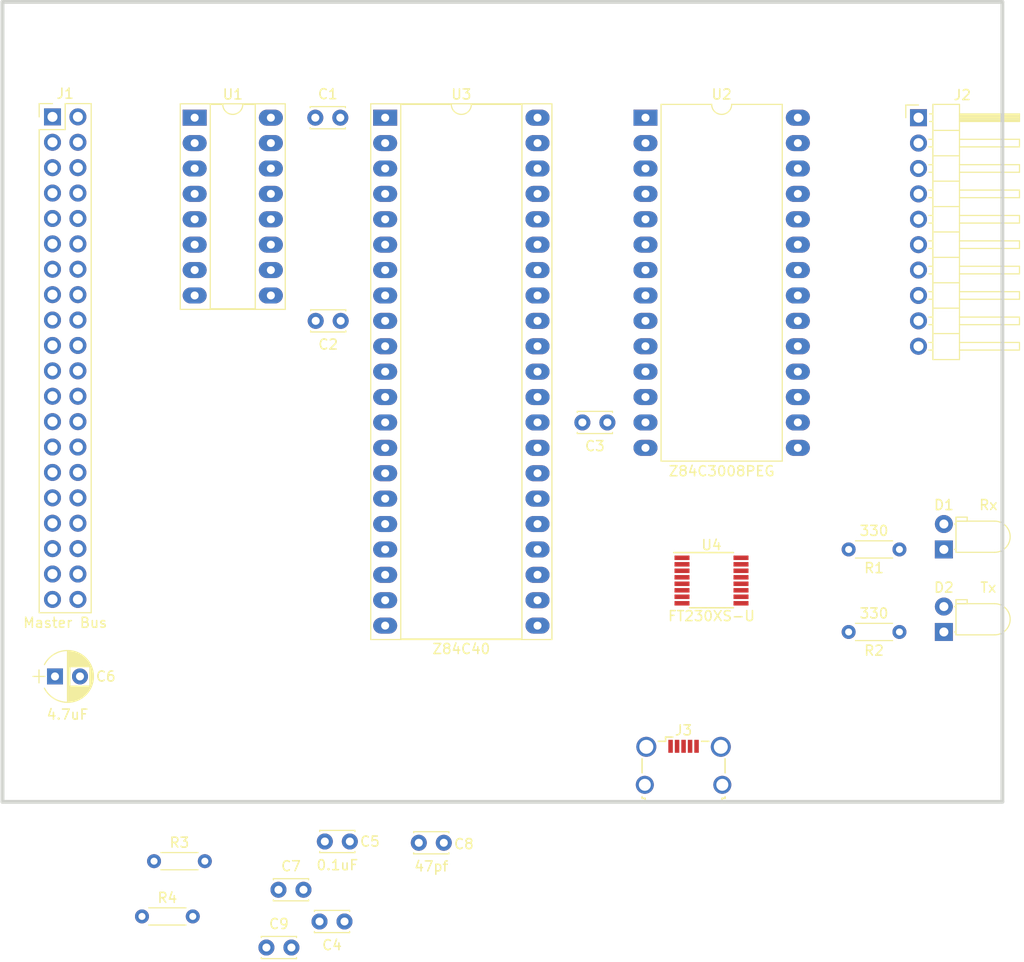
<source format=kicad_pcb>
(kicad_pcb (version 4) (host pcbnew 4.0.7)

  (general
    (links 105)
    (no_connects 105)
    (area 0 0 0 0)
    (thickness 1.6)
    (drawings 0)
    (tracks 0)
    (zones 0)
    (modules 23)
    (nets 85)
  )

  (page USLetter)
  (layers
    (0 Top signal)
    (31 Bottom signal)
    (34 B.Paste user)
    (35 F.Paste user)
    (36 B.SilkS user)
    (37 F.SilkS user)
    (38 B.Mask user)
    (39 F.Mask user)
    (44 Edge.Cuts user)
  )

  (setup
    (last_trace_width 0.1524)
    (trace_clearance 0.1524)
    (zone_clearance 0.508)
    (zone_45_only no)
    (trace_min 0.1524)
    (segment_width 0.2)
    (edge_width 0.15)
    (via_size 0.6858)
    (via_drill 0.3302)
    (via_min_size 0.6858)
    (via_min_drill 0.3302)
    (uvia_size 0.6858)
    (uvia_drill 0.3302)
    (uvias_allowed no)
    (uvia_min_size 0)
    (uvia_min_drill 0)
    (pcb_text_width 0.3)
    (pcb_text_size 1.5 1.5)
    (mod_edge_width 0.15)
    (mod_text_size 1 1)
    (mod_text_width 0.15)
    (pad_size 1.524 1.524)
    (pad_drill 0.762)
    (pad_to_mask_clearance 0.2)
    (aux_axis_origin 0 0)
    (visible_elements 7FFFF7FF)
    (pcbplotparams
      (layerselection 0x00030_80000001)
      (usegerberextensions false)
      (excludeedgelayer true)
      (linewidth 0.100000)
      (plotframeref false)
      (viasonmask false)
      (mode 1)
      (useauxorigin false)
      (hpglpennumber 1)
      (hpglpenspeed 20)
      (hpglpendiameter 15)
      (hpglpenoverlay 2)
      (psnegative false)
      (psa4output false)
      (plotreference true)
      (plotvalue true)
      (plotinvisibletext false)
      (padsonsilk false)
      (subtractmaskfromsilk false)
      (outputformat 1)
      (mirror false)
      (drillshape 1)
      (scaleselection 1)
      (outputdirectory ""))
  )

  (net 0 "")
  (net 1 "Net-(D1-Pad1)")
  (net 2 VCC)
  (net 3 "Net-(D2-Pad1)")
  (net 4 ~RESET)
  (net 5 GND)
  (net 6 A0)
  (net 7 A1)
  (net 8 "Net-(J1-Pad3)")
  (net 9 "Net-(J1-Pad4)")
  (net 10 /A4)
  (net 11 /A5)
  (net 12 /A6)
  (net 13 /A7)
  (net 14 "Net-(J1-Pad9)")
  (net 15 "Net-(J1-Pad10)")
  (net 16 "Net-(J1-Pad11)")
  (net 17 "Net-(J1-Pad12)")
  (net 18 "Net-(J1-Pad13)")
  (net 19 "Net-(J1-Pad14)")
  (net 20 "Net-(J1-Pad15)")
  (net 21 "Net-(J1-Pad16)")
  (net 22 /D7)
  (net 23 /D6)
  (net 24 /D5)
  (net 25 /D4)
  (net 26 /D3)
  (net 27 /D2)
  (net 28 /D1)
  (net 29 /D0)
  (net 30 ~INT)
  (net 31 CLK)
  (net 32 "Net-(J1-Pad27)")
  (net 33 ~RD)
  (net 34 "Net-(J1-Pad32)")
  (net 35 ~M1)
  (net 36 "Net-(J1-Pad34)")
  (net 37 "Net-(J1-Pad35)")
  (net 38 ~IORQ)
  (net 39 "Net-(J1-Pad37)")
  (net 40 ~WAIT)
  (net 41 IEO)
  (net 42 /CLK/TRG0)
  (net 43 /CLK/TRG1)
  (net 44 /CLK/TRG2)
  (net 45 /CLK/TRG3)
  (net 46 /ZC/TO2)
  (net 47 "Net-(J3-Pad1)")
  (net 48 "Net-(J3-Pad4)")
  (net 49 "Net-(U1-Pad9)")
  (net 50 "Net-(U1-Pad10)")
  (net 51 "Net-(U1-Pad11)")
  (net 52 "Net-(U1-Pad12)")
  (net 53 "Net-(U1-Pad7)")
  (net 54 "Net-(U1-Pad15)")
  (net 55 "Net-(U2-Pad7)")
  (net 56 "Net-(U2-Pad8)")
  (net 57 INT_EN)
  (net 58 "Net-(U3-Pad22)")
  (net 59 "Net-(U3-Pad23)")
  (net 60 "Net-(U3-Pad24)")
  (net 61 "Net-(U3-Pad25)")
  (net 62 "Net-(U3-Pad11)")
  (net 63 "Net-(U3-Pad16)")
  (net 64 "Net-(U3-Pad19)")
  (net 65 "Net-(C7-Pad1)")
  (net 66 /CBUS0)
  (net 67 /CBUS3)
  (net 68 /USBDP)
  (net 69 /USBDM)
  (net 70 /D-)
  (net 71 /D+)
  (net 72 /RxLED)
  (net 73 /TxLED)
  (net 74 /RxA)
  (net 75 /TxA)
  (net 76 /~RTSA)
  (net 77 /~CTSA)
  (net 78 "Net-(J1-Pad29)")
  (net 79 "Net-(J1-Pad31)")
  (net 80 /~SEL_SIO2)
  (net 81 ~SEL_CTC)
  (net 82 TxB)
  (net 83 RxB)
  (net 84 "Net-(U3-Pad30)")

  (net_class Default "This is the default net class."
    (clearance 0.1524)
    (trace_width 0.1524)
    (via_dia 0.6858)
    (via_drill 0.3302)
    (uvia_dia 0.6858)
    (uvia_drill 0.3302)
    (add_net /A4)
    (add_net /A5)
    (add_net /A6)
    (add_net /A7)
    (add_net /CBUS0)
    (add_net /CBUS3)
    (add_net /CLK/TRG0)
    (add_net /CLK/TRG1)
    (add_net /CLK/TRG2)
    (add_net /CLK/TRG3)
    (add_net /D+)
    (add_net /D-)
    (add_net /D0)
    (add_net /D1)
    (add_net /D2)
    (add_net /D3)
    (add_net /D4)
    (add_net /D5)
    (add_net /D6)
    (add_net /D7)
    (add_net /RxA)
    (add_net /RxLED)
    (add_net /TxA)
    (add_net /TxLED)
    (add_net /USBDM)
    (add_net /USBDP)
    (add_net /ZC/TO2)
    (add_net /~CTSA)
    (add_net /~RTSA)
    (add_net /~SEL_SIO2)
    (add_net A0)
    (add_net A1)
    (add_net CLK)
    (add_net GND)
    (add_net IEO)
    (add_net INT_EN)
    (add_net "Net-(C7-Pad1)")
    (add_net "Net-(D1-Pad1)")
    (add_net "Net-(D2-Pad1)")
    (add_net "Net-(J1-Pad10)")
    (add_net "Net-(J1-Pad11)")
    (add_net "Net-(J1-Pad12)")
    (add_net "Net-(J1-Pad13)")
    (add_net "Net-(J1-Pad14)")
    (add_net "Net-(J1-Pad15)")
    (add_net "Net-(J1-Pad16)")
    (add_net "Net-(J1-Pad27)")
    (add_net "Net-(J1-Pad29)")
    (add_net "Net-(J1-Pad3)")
    (add_net "Net-(J1-Pad31)")
    (add_net "Net-(J1-Pad32)")
    (add_net "Net-(J1-Pad34)")
    (add_net "Net-(J1-Pad35)")
    (add_net "Net-(J1-Pad37)")
    (add_net "Net-(J1-Pad4)")
    (add_net "Net-(J1-Pad9)")
    (add_net "Net-(J3-Pad1)")
    (add_net "Net-(J3-Pad4)")
    (add_net "Net-(U1-Pad10)")
    (add_net "Net-(U1-Pad11)")
    (add_net "Net-(U1-Pad12)")
    (add_net "Net-(U1-Pad15)")
    (add_net "Net-(U1-Pad7)")
    (add_net "Net-(U1-Pad9)")
    (add_net "Net-(U2-Pad7)")
    (add_net "Net-(U2-Pad8)")
    (add_net "Net-(U3-Pad11)")
    (add_net "Net-(U3-Pad16)")
    (add_net "Net-(U3-Pad19)")
    (add_net "Net-(U3-Pad22)")
    (add_net "Net-(U3-Pad23)")
    (add_net "Net-(U3-Pad24)")
    (add_net "Net-(U3-Pad25)")
    (add_net "Net-(U3-Pad30)")
    (add_net RxB)
    (add_net TxB)
    (add_net VCC)
    (add_net ~INT)
    (add_net ~IORQ)
    (add_net ~M1)
    (add_net ~RD)
    (add_net ~RESET)
    (add_net ~SEL_CTC)
    (add_net ~WAIT)
  )

  (module LEDs:LED_D3.0mm_Horizontal_O1.27mm_Z2.0mm (layer Top) (tedit 5B98EDD1) (tstamp 5B975D4D)
    (at 184.15 111.76 90)
    (descr "LED, diameter 3.0mm z-position of LED center 2.0mm, 2 pins")
    (tags "LED diameter 3.0mm z-position of LED center 2.0mm 2 pins")
    (path /5B973D61)
    (fp_text reference D1 (at 4.445 0 180) (layer F.SilkS)
      (effects (font (size 1 1) (thickness 0.15)))
    )
    (fp_text value Rx (at 4.445 4.445 180) (layer F.SilkS)
      (effects (font (size 1 1) (thickness 0.15)))
    )
    (fp_arc (start 1.27 5.07) (end -0.23 5.07) (angle -180) (layer F.Fab) (width 0.1))
    (fp_arc (start 1.27 5.07) (end -0.29 5.07) (angle -180) (layer F.SilkS) (width 0.12))
    (fp_line (start -0.23 1.27) (end -0.23 5.07) (layer F.Fab) (width 0.1))
    (fp_line (start 2.77 1.27) (end 2.77 5.07) (layer F.Fab) (width 0.1))
    (fp_line (start -0.23 1.27) (end 2.77 1.27) (layer F.Fab) (width 0.1))
    (fp_line (start 3.17 1.27) (end 3.17 2.27) (layer F.Fab) (width 0.1))
    (fp_line (start 3.17 2.27) (end 2.77 2.27) (layer F.Fab) (width 0.1))
    (fp_line (start 2.77 2.27) (end 2.77 1.27) (layer F.Fab) (width 0.1))
    (fp_line (start 2.77 1.27) (end 3.17 1.27) (layer F.Fab) (width 0.1))
    (fp_line (start 0 0) (end 0 1.27) (layer F.Fab) (width 0.1))
    (fp_line (start 0 1.27) (end 0 1.27) (layer F.Fab) (width 0.1))
    (fp_line (start 0 1.27) (end 0 0) (layer F.Fab) (width 0.1))
    (fp_line (start 0 0) (end 0 0) (layer F.Fab) (width 0.1))
    (fp_line (start 2.54 0) (end 2.54 1.27) (layer F.Fab) (width 0.1))
    (fp_line (start 2.54 1.27) (end 2.54 1.27) (layer F.Fab) (width 0.1))
    (fp_line (start 2.54 1.27) (end 2.54 0) (layer F.Fab) (width 0.1))
    (fp_line (start 2.54 0) (end 2.54 0) (layer F.Fab) (width 0.1))
    (fp_line (start -0.29 1.21) (end -0.29 5.07) (layer F.SilkS) (width 0.12))
    (fp_line (start 2.83 1.21) (end 2.83 5.07) (layer F.SilkS) (width 0.12))
    (fp_line (start -0.29 1.21) (end 2.83 1.21) (layer F.SilkS) (width 0.12))
    (fp_line (start 3.23 1.21) (end 3.23 2.33) (layer F.SilkS) (width 0.12))
    (fp_line (start 3.23 2.33) (end 2.83 2.33) (layer F.SilkS) (width 0.12))
    (fp_line (start 2.83 2.33) (end 2.83 1.21) (layer F.SilkS) (width 0.12))
    (fp_line (start 2.83 1.21) (end 3.23 1.21) (layer F.SilkS) (width 0.12))
    (fp_line (start 0 1.08) (end 0 1.21) (layer F.SilkS) (width 0.12))
    (fp_line (start 0 1.21) (end 0 1.21) (layer F.SilkS) (width 0.12))
    (fp_line (start 0 1.21) (end 0 1.08) (layer F.SilkS) (width 0.12))
    (fp_line (start 0 1.08) (end 0 1.08) (layer F.SilkS) (width 0.12))
    (fp_line (start 2.54 1.08) (end 2.54 1.21) (layer F.SilkS) (width 0.12))
    (fp_line (start 2.54 1.21) (end 2.54 1.21) (layer F.SilkS) (width 0.12))
    (fp_line (start 2.54 1.21) (end 2.54 1.08) (layer F.SilkS) (width 0.12))
    (fp_line (start 2.54 1.08) (end 2.54 1.08) (layer F.SilkS) (width 0.12))
    (fp_line (start -1.25 -1.25) (end -1.25 6.9) (layer F.CrtYd) (width 0.05))
    (fp_line (start -1.25 6.9) (end 3.75 6.9) (layer F.CrtYd) (width 0.05))
    (fp_line (start 3.75 6.9) (end 3.75 -1.25) (layer F.CrtYd) (width 0.05))
    (fp_line (start 3.75 -1.25) (end -1.25 -1.25) (layer F.CrtYd) (width 0.05))
    (pad 1 thru_hole rect (at 0 0 90) (size 1.8 1.8) (drill 0.9) (layers *.Cu *.Mask)
      (net 1 "Net-(D1-Pad1)"))
    (pad 2 thru_hole circle (at 2.54 0 90) (size 1.8 1.8) (drill 0.9) (layers *.Cu *.Mask)
      (net 2 VCC))
    (model ${KISYS3DMOD}/LEDs.3dshapes/LED_D3.0mm_Horizontal_O1.27mm_Z2.0mm.wrl
      (at (xyz 0 0 0))
      (scale (xyz 0.393701 0.393701 0.393701))
      (rotate (xyz 0 0 0))
    )
  )

  (module LEDs:LED_D3.0mm_Horizontal_O1.27mm_Z2.0mm (layer Top) (tedit 5B98EF08) (tstamp 5B975D77)
    (at 184.15 120.015 90)
    (descr "LED, diameter 3.0mm z-position of LED center 2.0mm, 2 pins")
    (tags "LED diameter 3.0mm z-position of LED center 2.0mm 2 pins")
    (path /5B973C99)
    (fp_text reference D2 (at 4.445 0 180) (layer F.SilkS)
      (effects (font (size 1 1) (thickness 0.15)))
    )
    (fp_text value Tx (at 4.445 4.445 180) (layer F.SilkS)
      (effects (font (size 1 1) (thickness 0.15)))
    )
    (fp_arc (start 1.27 5.07) (end -0.23 5.07) (angle -180) (layer F.Fab) (width 0.1))
    (fp_arc (start 1.27 5.07) (end -0.29 5.07) (angle -180) (layer F.SilkS) (width 0.12))
    (fp_line (start -0.23 1.27) (end -0.23 5.07) (layer F.Fab) (width 0.1))
    (fp_line (start 2.77 1.27) (end 2.77 5.07) (layer F.Fab) (width 0.1))
    (fp_line (start -0.23 1.27) (end 2.77 1.27) (layer F.Fab) (width 0.1))
    (fp_line (start 3.17 1.27) (end 3.17 2.27) (layer F.Fab) (width 0.1))
    (fp_line (start 3.17 2.27) (end 2.77 2.27) (layer F.Fab) (width 0.1))
    (fp_line (start 2.77 2.27) (end 2.77 1.27) (layer F.Fab) (width 0.1))
    (fp_line (start 2.77 1.27) (end 3.17 1.27) (layer F.Fab) (width 0.1))
    (fp_line (start 0 0) (end 0 1.27) (layer F.Fab) (width 0.1))
    (fp_line (start 0 1.27) (end 0 1.27) (layer F.Fab) (width 0.1))
    (fp_line (start 0 1.27) (end 0 0) (layer F.Fab) (width 0.1))
    (fp_line (start 0 0) (end 0 0) (layer F.Fab) (width 0.1))
    (fp_line (start 2.54 0) (end 2.54 1.27) (layer F.Fab) (width 0.1))
    (fp_line (start 2.54 1.27) (end 2.54 1.27) (layer F.Fab) (width 0.1))
    (fp_line (start 2.54 1.27) (end 2.54 0) (layer F.Fab) (width 0.1))
    (fp_line (start 2.54 0) (end 2.54 0) (layer F.Fab) (width 0.1))
    (fp_line (start -0.29 1.21) (end -0.29 5.07) (layer F.SilkS) (width 0.12))
    (fp_line (start 2.83 1.21) (end 2.83 5.07) (layer F.SilkS) (width 0.12))
    (fp_line (start -0.29 1.21) (end 2.83 1.21) (layer F.SilkS) (width 0.12))
    (fp_line (start 3.23 1.21) (end 3.23 2.33) (layer F.SilkS) (width 0.12))
    (fp_line (start 3.23 2.33) (end 2.83 2.33) (layer F.SilkS) (width 0.12))
    (fp_line (start 2.83 2.33) (end 2.83 1.21) (layer F.SilkS) (width 0.12))
    (fp_line (start 2.83 1.21) (end 3.23 1.21) (layer F.SilkS) (width 0.12))
    (fp_line (start 0 1.08) (end 0 1.21) (layer F.SilkS) (width 0.12))
    (fp_line (start 0 1.21) (end 0 1.21) (layer F.SilkS) (width 0.12))
    (fp_line (start 0 1.21) (end 0 1.08) (layer F.SilkS) (width 0.12))
    (fp_line (start 0 1.08) (end 0 1.08) (layer F.SilkS) (width 0.12))
    (fp_line (start 2.54 1.08) (end 2.54 1.21) (layer F.SilkS) (width 0.12))
    (fp_line (start 2.54 1.21) (end 2.54 1.21) (layer F.SilkS) (width 0.12))
    (fp_line (start 2.54 1.21) (end 2.54 1.08) (layer F.SilkS) (width 0.12))
    (fp_line (start 2.54 1.08) (end 2.54 1.08) (layer F.SilkS) (width 0.12))
    (fp_line (start -1.25 -1.25) (end -1.25 6.9) (layer F.CrtYd) (width 0.05))
    (fp_line (start -1.25 6.9) (end 3.75 6.9) (layer F.CrtYd) (width 0.05))
    (fp_line (start 3.75 6.9) (end 3.75 -1.25) (layer F.CrtYd) (width 0.05))
    (fp_line (start 3.75 -1.25) (end -1.25 -1.25) (layer F.CrtYd) (width 0.05))
    (pad 1 thru_hole rect (at 0 0 90) (size 1.8 1.8) (drill 0.9) (layers *.Cu *.Mask)
      (net 3 "Net-(D2-Pad1)"))
    (pad 2 thru_hole circle (at 2.54 0 90) (size 1.8 1.8) (drill 0.9) (layers *.Cu *.Mask)
      (net 2 VCC))
    (model ${KISYS3DMOD}/LEDs.3dshapes/LED_D3.0mm_Horizontal_O1.27mm_Z2.0mm.wrl
      (at (xyz 0 0 0))
      (scale (xyz 0.393701 0.393701 0.393701))
      (rotate (xyz 0 0 0))
    )
  )

  (module Pin_Headers:Pin_Header_Straight_2x20_Pitch2.54mm (layer Top) (tedit 5BB2CCA0) (tstamp 5B975DDF)
    (at 95 68.5)
    (descr "Through hole straight pin header, 2x20, 2.54mm pitch, double rows")
    (tags "Through hole pin header THT 2x20 2.54mm double row")
    (path /5BB2C846)
    (fp_text reference J1 (at 1.27 -2.33) (layer F.SilkS)
      (effects (font (size 1 1) (thickness 0.15)))
    )
    (fp_text value "Master Bus" (at 1.27 50.59) (layer F.SilkS)
      (effects (font (size 1 1) (thickness 0.15)))
    )
    (fp_line (start 0 -1.27) (end 3.81 -1.27) (layer F.Fab) (width 0.1))
    (fp_line (start 3.81 -1.27) (end 3.81 49.53) (layer F.Fab) (width 0.1))
    (fp_line (start 3.81 49.53) (end -1.27 49.53) (layer F.Fab) (width 0.1))
    (fp_line (start -1.27 49.53) (end -1.27 0) (layer F.Fab) (width 0.1))
    (fp_line (start -1.27 0) (end 0 -1.27) (layer F.Fab) (width 0.1))
    (fp_line (start -1.33 49.59) (end 3.87 49.59) (layer F.SilkS) (width 0.12))
    (fp_line (start -1.33 1.27) (end -1.33 49.59) (layer F.SilkS) (width 0.12))
    (fp_line (start 3.87 -1.33) (end 3.87 49.59) (layer F.SilkS) (width 0.12))
    (fp_line (start -1.33 1.27) (end 1.27 1.27) (layer F.SilkS) (width 0.12))
    (fp_line (start 1.27 1.27) (end 1.27 -1.33) (layer F.SilkS) (width 0.12))
    (fp_line (start 1.27 -1.33) (end 3.87 -1.33) (layer F.SilkS) (width 0.12))
    (fp_line (start -1.33 0) (end -1.33 -1.33) (layer F.SilkS) (width 0.12))
    (fp_line (start -1.33 -1.33) (end 0 -1.33) (layer F.SilkS) (width 0.12))
    (fp_line (start -1.8 -1.8) (end -1.8 50.05) (layer F.CrtYd) (width 0.05))
    (fp_line (start -1.8 50.05) (end 4.35 50.05) (layer F.CrtYd) (width 0.05))
    (fp_line (start 4.35 50.05) (end 4.35 -1.8) (layer F.CrtYd) (width 0.05))
    (fp_line (start 4.35 -1.8) (end -1.8 -1.8) (layer F.CrtYd) (width 0.05))
    (fp_text user %R (at 1.27 24.13 90) (layer F.Fab)
      (effects (font (size 1 1) (thickness 0.15)))
    )
    (pad 1 thru_hole rect (at 0 0) (size 1.7 1.7) (drill 1) (layers *.Cu *.Mask)
      (net 6 A0))
    (pad 2 thru_hole oval (at 2.54 0) (size 1.7 1.7) (drill 1) (layers *.Cu *.Mask)
      (net 7 A1))
    (pad 3 thru_hole oval (at 0 2.54) (size 1.7 1.7) (drill 1) (layers *.Cu *.Mask)
      (net 8 "Net-(J1-Pad3)"))
    (pad 4 thru_hole oval (at 2.54 2.54) (size 1.7 1.7) (drill 1) (layers *.Cu *.Mask)
      (net 9 "Net-(J1-Pad4)"))
    (pad 5 thru_hole oval (at 0 5.08) (size 1.7 1.7) (drill 1) (layers *.Cu *.Mask)
      (net 10 /A4))
    (pad 6 thru_hole oval (at 2.54 5.08) (size 1.7 1.7) (drill 1) (layers *.Cu *.Mask)
      (net 11 /A5))
    (pad 7 thru_hole oval (at 0 7.62) (size 1.7 1.7) (drill 1) (layers *.Cu *.Mask)
      (net 12 /A6))
    (pad 8 thru_hole oval (at 2.54 7.62) (size 1.7 1.7) (drill 1) (layers *.Cu *.Mask)
      (net 13 /A7))
    (pad 9 thru_hole oval (at 0 10.16) (size 1.7 1.7) (drill 1) (layers *.Cu *.Mask)
      (net 14 "Net-(J1-Pad9)"))
    (pad 10 thru_hole oval (at 2.54 10.16) (size 1.7 1.7) (drill 1) (layers *.Cu *.Mask)
      (net 15 "Net-(J1-Pad10)"))
    (pad 11 thru_hole oval (at 0 12.7) (size 1.7 1.7) (drill 1) (layers *.Cu *.Mask)
      (net 16 "Net-(J1-Pad11)"))
    (pad 12 thru_hole oval (at 2.54 12.7) (size 1.7 1.7) (drill 1) (layers *.Cu *.Mask)
      (net 17 "Net-(J1-Pad12)"))
    (pad 13 thru_hole oval (at 0 15.24) (size 1.7 1.7) (drill 1) (layers *.Cu *.Mask)
      (net 18 "Net-(J1-Pad13)"))
    (pad 14 thru_hole oval (at 2.54 15.24) (size 1.7 1.7) (drill 1) (layers *.Cu *.Mask)
      (net 19 "Net-(J1-Pad14)"))
    (pad 15 thru_hole oval (at 0 17.78) (size 1.7 1.7) (drill 1) (layers *.Cu *.Mask)
      (net 20 "Net-(J1-Pad15)"))
    (pad 16 thru_hole oval (at 2.54 17.78) (size 1.7 1.7) (drill 1) (layers *.Cu *.Mask)
      (net 21 "Net-(J1-Pad16)"))
    (pad 17 thru_hole oval (at 0 20.32) (size 1.7 1.7) (drill 1) (layers *.Cu *.Mask)
      (net 22 /D7))
    (pad 18 thru_hole oval (at 2.54 20.32) (size 1.7 1.7) (drill 1) (layers *.Cu *.Mask)
      (net 23 /D6))
    (pad 19 thru_hole oval (at 0 22.86) (size 1.7 1.7) (drill 1) (layers *.Cu *.Mask)
      (net 24 /D5))
    (pad 20 thru_hole oval (at 2.54 22.86) (size 1.7 1.7) (drill 1) (layers *.Cu *.Mask)
      (net 25 /D4))
    (pad 21 thru_hole oval (at 0 25.4) (size 1.7 1.7) (drill 1) (layers *.Cu *.Mask)
      (net 26 /D3))
    (pad 22 thru_hole oval (at 2.54 25.4) (size 1.7 1.7) (drill 1) (layers *.Cu *.Mask)
      (net 27 /D2))
    (pad 23 thru_hole oval (at 0 27.94) (size 1.7 1.7) (drill 1) (layers *.Cu *.Mask)
      (net 28 /D1))
    (pad 24 thru_hole oval (at 2.54 27.94) (size 1.7 1.7) (drill 1) (layers *.Cu *.Mask)
      (net 29 /D0))
    (pad 25 thru_hole oval (at 0 30.48) (size 1.7 1.7) (drill 1) (layers *.Cu *.Mask)
      (net 30 ~INT))
    (pad 26 thru_hole oval (at 2.54 30.48) (size 1.7 1.7) (drill 1) (layers *.Cu *.Mask)
      (net 31 CLK))
    (pad 27 thru_hole oval (at 0 33.02) (size 1.7 1.7) (drill 1) (layers *.Cu *.Mask)
      (net 32 "Net-(J1-Pad27)"))
    (pad 28 thru_hole oval (at 2.54 33.02) (size 1.7 1.7) (drill 1) (layers *.Cu *.Mask)
      (net 4 ~RESET))
    (pad 29 thru_hole oval (at 0 35.56) (size 1.7 1.7) (drill 1) (layers *.Cu *.Mask)
      (net 78 "Net-(J1-Pad29)"))
    (pad 30 thru_hole oval (at 2.54 35.56) (size 1.7 1.7) (drill 1) (layers *.Cu *.Mask)
      (net 33 ~RD))
    (pad 31 thru_hole oval (at 0 38.1) (size 1.7 1.7) (drill 1) (layers *.Cu *.Mask)
      (net 79 "Net-(J1-Pad31)"))
    (pad 32 thru_hole oval (at 2.54 38.1) (size 1.7 1.7) (drill 1) (layers *.Cu *.Mask)
      (net 34 "Net-(J1-Pad32)"))
    (pad 33 thru_hole oval (at 0 40.64) (size 1.7 1.7) (drill 1) (layers *.Cu *.Mask)
      (net 35 ~M1))
    (pad 34 thru_hole oval (at 2.54 40.64) (size 1.7 1.7) (drill 1) (layers *.Cu *.Mask)
      (net 36 "Net-(J1-Pad34)"))
    (pad 35 thru_hole oval (at 0 43.18) (size 1.7 1.7) (drill 1) (layers *.Cu *.Mask)
      (net 37 "Net-(J1-Pad35)"))
    (pad 36 thru_hole oval (at 2.54 43.18) (size 1.7 1.7) (drill 1) (layers *.Cu *.Mask)
      (net 38 ~IORQ))
    (pad 37 thru_hole oval (at 0 45.72) (size 1.7 1.7) (drill 1) (layers *.Cu *.Mask)
      (net 39 "Net-(J1-Pad37)"))
    (pad 38 thru_hole oval (at 2.54 45.72) (size 1.7 1.7) (drill 1) (layers *.Cu *.Mask)
      (net 40 ~WAIT))
    (pad 39 thru_hole oval (at 0 48.26) (size 1.7 1.7) (drill 1) (layers *.Cu *.Mask)
      (net 2 VCC))
    (pad 40 thru_hole oval (at 2.54 48.26) (size 1.7 1.7) (drill 1) (layers *.Cu *.Mask)
      (net 5 GND))
    (model ${KISYS3DMOD}/Pin_Headers.3dshapes/Pin_Header_Straight_2x20_Pitch2.54mm.wrl
      (at (xyz 0 0 0))
      (scale (xyz 1 1 1))
      (rotate (xyz 0 0 0))
    )
  )

  (module Connectors_USB:USB_Micro-B_Wuerth-629105150521_CircularHoles (layer Top) (tedit 59E3D6DD) (tstamp 5B975E8F)
    (at 158.115 133.35)
    (descr "USB Micro-B receptacle, http://www.mouser.com/ds/2/445/629105150521-469306.pdf")
    (tags "usb micro receptacle")
    (path /5B972A55)
    (attr smd)
    (fp_text reference J3 (at 0 -3.5) (layer F.SilkS)
      (effects (font (size 1 1) (thickness 0.15)))
    )
    (fp_text value USB_OTG (at 0 5.6) (layer F.Fab)
      (effects (font (size 1 1) (thickness 0.15)))
    )
    (fp_line (start -4 -2.25) (end -4 3.15) (layer F.Fab) (width 0.15))
    (fp_line (start -4 3.15) (end -3.7 3.15) (layer F.Fab) (width 0.15))
    (fp_line (start -3.7 3.15) (end -3.7 4.35) (layer F.Fab) (width 0.15))
    (fp_line (start -3.7 4.35) (end 3.7 4.35) (layer F.Fab) (width 0.15))
    (fp_line (start 3.7 4.35) (end 3.7 3.15) (layer F.Fab) (width 0.15))
    (fp_line (start 3.7 3.15) (end 4 3.15) (layer F.Fab) (width 0.15))
    (fp_line (start 4 3.15) (end 4 -2.25) (layer F.Fab) (width 0.15))
    (fp_line (start 4 -2.25) (end -4 -2.25) (layer F.Fab) (width 0.15))
    (fp_line (start -2.7 3.75) (end 2.7 3.75) (layer F.Fab) (width 0.15))
    (fp_line (start -1.075 -2.725) (end -1.3 -2.55) (layer F.Fab) (width 0.15))
    (fp_line (start -1.3 -2.55) (end -1.525 -2.725) (layer F.Fab) (width 0.15))
    (fp_line (start -1.525 -2.725) (end -1.525 -2.95) (layer F.Fab) (width 0.15))
    (fp_line (start -1.525 -2.95) (end -1.075 -2.95) (layer F.Fab) (width 0.15))
    (fp_line (start -1.075 -2.95) (end -1.075 -2.725) (layer F.Fab) (width 0.15))
    (fp_line (start -4.15 -0.65) (end -4.15 0.75) (layer F.SilkS) (width 0.15))
    (fp_line (start -4.15 3.15) (end -4.15 3.3) (layer F.SilkS) (width 0.15))
    (fp_line (start -4.15 3.3) (end -3.85 3.3) (layer F.SilkS) (width 0.15))
    (fp_line (start -3.85 3.3) (end -3.85 3.75) (layer F.SilkS) (width 0.15))
    (fp_line (start 3.85 3.75) (end 3.85 3.3) (layer F.SilkS) (width 0.15))
    (fp_line (start 3.85 3.3) (end 4.15 3.3) (layer F.SilkS) (width 0.15))
    (fp_line (start 4.15 3.3) (end 4.15 3.15) (layer F.SilkS) (width 0.15))
    (fp_line (start 4.15 0.75) (end 4.15 -0.65) (layer F.SilkS) (width 0.15))
    (fp_line (start -1.075 -2.825) (end -1.8 -2.825) (layer F.SilkS) (width 0.15))
    (fp_line (start -1.8 -2.825) (end -1.8 -2.4) (layer F.SilkS) (width 0.15))
    (fp_line (start -1.8 -2.4) (end -2.525 -2.4) (layer F.SilkS) (width 0.15))
    (fp_line (start 1.8 -2.4) (end 2.525 -2.4) (layer F.SilkS) (width 0.15))
    (fp_line (start -5.27 -3.34) (end -5.27 4.85) (layer F.CrtYd) (width 0.05))
    (fp_line (start -5.27 4.85) (end 5.28 4.85) (layer F.CrtYd) (width 0.05))
    (fp_line (start 5.28 4.85) (end 5.28 -3.34) (layer F.CrtYd) (width 0.05))
    (fp_line (start 5.28 -3.34) (end -5.27 -3.34) (layer F.CrtYd) (width 0.05))
    (fp_text user %R (at 0 1.05) (layer F.Fab)
      (effects (font (size 1 1) (thickness 0.15)))
    )
    (fp_text user "PCB Edge" (at 0 3.75) (layer Dwgs.User)
      (effects (font (size 0.5 0.5) (thickness 0.08)))
    )
    (pad 1 smd rect (at -1.3 -1.9) (size 0.45 1.3) (layers Top F.Paste F.Mask)
      (net 47 "Net-(J3-Pad1)"))
    (pad 2 smd rect (at -0.65 -1.9) (size 0.45 1.3) (layers Top F.Paste F.Mask)
      (net 70 /D-))
    (pad 3 smd rect (at 0 -1.9) (size 0.45 1.3) (layers Top F.Paste F.Mask)
      (net 71 /D+))
    (pad 4 smd rect (at 0.65 -1.9) (size 0.45 1.3) (layers Top F.Paste F.Mask)
      (net 48 "Net-(J3-Pad4)"))
    (pad 5 smd rect (at 1.3 -1.9) (size 0.45 1.3) (layers Top F.Paste F.Mask)
      (net 5 GND))
    (pad 6 thru_hole circle (at -3.725 -1.85) (size 2 2) (drill 1.4) (layers *.Cu *.Mask)
      (net 5 GND))
    (pad 6 thru_hole circle (at 3.725 -1.85) (size 2 2) (drill 1.4) (layers *.Cu *.Mask)
      (net 5 GND))
    (pad 6 thru_hole circle (at -3.875 1.95) (size 1.8 1.8) (drill 1.2) (layers *.Cu *.Mask)
      (net 5 GND))
    (pad 6 thru_hole circle (at 3.875 1.95) (size 1.8 1.8) (drill 1.2) (layers *.Cu *.Mask)
      (net 5 GND))
    (pad "" np_thru_hole circle (at -2.5 -0.8) (size 0.8 0.8) (drill 0.8) (layers *.Cu *.Mask))
    (pad "" np_thru_hole circle (at 2.5 -0.8) (size 0.8 0.8) (drill 0.8) (layers *.Cu *.Mask))
    (model ${KISYS3DMOD}/Connectors_USB.3dshapes/USB_Micro-B_Wuerth-629105150521_CircularHoles.wrl
      (at (xyz 0 0 0))
      (scale (xyz 1 1 1))
      (rotate (xyz 0 0 0))
    )
  )

  (module Resistors_THT:R_Axial_DIN0204_L3.6mm_D1.6mm_P5.08mm_Horizontal (layer Top) (tedit 5BA5C37E) (tstamp 5B975EA1)
    (at 179.705 111.76 180)
    (descr "Resistor, Axial_DIN0204 series, Axial, Horizontal, pin pitch=5.08mm, 0.16666666666666666W = 1/6W, length*diameter=3.6*1.6mm^2, http://cdn-reichelt.de/documents/datenblatt/B400/1_4W%23YAG.pdf")
    (tags "Resistor Axial_DIN0204 series Axial Horizontal pin pitch 5.08mm 0.16666666666666666W = 1/6W length 3.6mm diameter 1.6mm")
    (path /5B9740F6)
    (fp_text reference R1 (at 2.54 -1.86 180) (layer F.SilkS)
      (effects (font (size 1 1) (thickness 0.15)))
    )
    (fp_text value 330 (at 2.54 1.86 180) (layer F.SilkS)
      (effects (font (size 1 1) (thickness 0.15)))
    )
    (fp_line (start 0.74 -0.8) (end 0.74 0.8) (layer F.Fab) (width 0.1))
    (fp_line (start 0.74 0.8) (end 4.34 0.8) (layer F.Fab) (width 0.1))
    (fp_line (start 4.34 0.8) (end 4.34 -0.8) (layer F.Fab) (width 0.1))
    (fp_line (start 4.34 -0.8) (end 0.74 -0.8) (layer F.Fab) (width 0.1))
    (fp_line (start 0 0) (end 0.74 0) (layer F.Fab) (width 0.1))
    (fp_line (start 5.08 0) (end 4.34 0) (layer F.Fab) (width 0.1))
    (fp_line (start 0.68 -0.86) (end 4.4 -0.86) (layer F.SilkS) (width 0.12))
    (fp_line (start 0.68 0.86) (end 4.4 0.86) (layer F.SilkS) (width 0.12))
    (fp_line (start -0.95 -1.15) (end -0.95 1.15) (layer F.CrtYd) (width 0.05))
    (fp_line (start -0.95 1.15) (end 6.05 1.15) (layer F.CrtYd) (width 0.05))
    (fp_line (start 6.05 1.15) (end 6.05 -1.15) (layer F.CrtYd) (width 0.05))
    (fp_line (start 6.05 -1.15) (end -0.95 -1.15) (layer F.CrtYd) (width 0.05))
    (pad 1 thru_hole circle (at 0 0 180) (size 1.4 1.4) (drill 0.7) (layers *.Cu *.Mask)
      (net 1 "Net-(D1-Pad1)"))
    (pad 2 thru_hole oval (at 5.08 0 180) (size 1.4 1.4) (drill 0.7) (layers *.Cu *.Mask)
      (net 72 /RxLED))
    (model ${KISYS3DMOD}/Resistors_THT.3dshapes/R_Axial_DIN0204_L3.6mm_D1.6mm_P5.08mm_Horizontal.wrl
      (at (xyz 0 0 0))
      (scale (xyz 0.393701 0.393701 0.393701))
      (rotate (xyz 0 0 0))
    )
  )

  (module Resistors_THT:R_Axial_DIN0204_L3.6mm_D1.6mm_P5.08mm_Horizontal (layer Top) (tedit 5BA5C375) (tstamp 5B975EB3)
    (at 179.705 120.015 180)
    (descr "Resistor, Axial_DIN0204 series, Axial, Horizontal, pin pitch=5.08mm, 0.16666666666666666W = 1/6W, length*diameter=3.6*1.6mm^2, http://cdn-reichelt.de/documents/datenblatt/B400/1_4W%23YAG.pdf")
    (tags "Resistor Axial_DIN0204 series Axial Horizontal pin pitch 5.08mm 0.16666666666666666W = 1/6W length 3.6mm diameter 1.6mm")
    (path /5B973FEF)
    (fp_text reference R2 (at 2.54 -1.86 180) (layer F.SilkS)
      (effects (font (size 1 1) (thickness 0.15)))
    )
    (fp_text value 330 (at 2.54 1.86 180) (layer F.SilkS)
      (effects (font (size 1 1) (thickness 0.15)))
    )
    (fp_line (start 0.74 -0.8) (end 0.74 0.8) (layer F.Fab) (width 0.1))
    (fp_line (start 0.74 0.8) (end 4.34 0.8) (layer F.Fab) (width 0.1))
    (fp_line (start 4.34 0.8) (end 4.34 -0.8) (layer F.Fab) (width 0.1))
    (fp_line (start 4.34 -0.8) (end 0.74 -0.8) (layer F.Fab) (width 0.1))
    (fp_line (start 0 0) (end 0.74 0) (layer F.Fab) (width 0.1))
    (fp_line (start 5.08 0) (end 4.34 0) (layer F.Fab) (width 0.1))
    (fp_line (start 0.68 -0.86) (end 4.4 -0.86) (layer F.SilkS) (width 0.12))
    (fp_line (start 0.68 0.86) (end 4.4 0.86) (layer F.SilkS) (width 0.12))
    (fp_line (start -0.95 -1.15) (end -0.95 1.15) (layer F.CrtYd) (width 0.05))
    (fp_line (start -0.95 1.15) (end 6.05 1.15) (layer F.CrtYd) (width 0.05))
    (fp_line (start 6.05 1.15) (end 6.05 -1.15) (layer F.CrtYd) (width 0.05))
    (fp_line (start 6.05 -1.15) (end -0.95 -1.15) (layer F.CrtYd) (width 0.05))
    (pad 1 thru_hole circle (at 0 0 180) (size 1.4 1.4) (drill 0.7) (layers *.Cu *.Mask)
      (net 3 "Net-(D2-Pad1)"))
    (pad 2 thru_hole oval (at 5.08 0 180) (size 1.4 1.4) (drill 0.7) (layers *.Cu *.Mask)
      (net 73 /TxLED))
    (model ${KISYS3DMOD}/Resistors_THT.3dshapes/R_Axial_DIN0204_L3.6mm_D1.6mm_P5.08mm_Horizontal.wrl
      (at (xyz 0 0 0))
      (scale (xyz 0.393701 0.393701 0.393701))
      (rotate (xyz 0 0 0))
    )
  )

  (module Housings_DIP:DIP-16_W7.62mm_Socket_LongPads (layer Top) (tedit 59C78D6B) (tstamp 5B975EDF)
    (at 109.22 68.58)
    (descr "16-lead though-hole mounted DIP package, row spacing 7.62 mm (300 mils), Socket, LongPads")
    (tags "THT DIP DIL PDIP 2.54mm 7.62mm 300mil Socket LongPads")
    (path /5B947526)
    (fp_text reference U1 (at 3.81 -2.33) (layer F.SilkS)
      (effects (font (size 1 1) (thickness 0.15)))
    )
    (fp_text value 74LS138 (at 3.81 20.11) (layer F.Fab)
      (effects (font (size 1 1) (thickness 0.15)))
    )
    (fp_arc (start 3.81 -1.33) (end 2.81 -1.33) (angle -180) (layer F.SilkS) (width 0.12))
    (fp_line (start 1.635 -1.27) (end 6.985 -1.27) (layer F.Fab) (width 0.1))
    (fp_line (start 6.985 -1.27) (end 6.985 19.05) (layer F.Fab) (width 0.1))
    (fp_line (start 6.985 19.05) (end 0.635 19.05) (layer F.Fab) (width 0.1))
    (fp_line (start 0.635 19.05) (end 0.635 -0.27) (layer F.Fab) (width 0.1))
    (fp_line (start 0.635 -0.27) (end 1.635 -1.27) (layer F.Fab) (width 0.1))
    (fp_line (start -1.27 -1.33) (end -1.27 19.11) (layer F.Fab) (width 0.1))
    (fp_line (start -1.27 19.11) (end 8.89 19.11) (layer F.Fab) (width 0.1))
    (fp_line (start 8.89 19.11) (end 8.89 -1.33) (layer F.Fab) (width 0.1))
    (fp_line (start 8.89 -1.33) (end -1.27 -1.33) (layer F.Fab) (width 0.1))
    (fp_line (start 2.81 -1.33) (end 1.56 -1.33) (layer F.SilkS) (width 0.12))
    (fp_line (start 1.56 -1.33) (end 1.56 19.11) (layer F.SilkS) (width 0.12))
    (fp_line (start 1.56 19.11) (end 6.06 19.11) (layer F.SilkS) (width 0.12))
    (fp_line (start 6.06 19.11) (end 6.06 -1.33) (layer F.SilkS) (width 0.12))
    (fp_line (start 6.06 -1.33) (end 4.81 -1.33) (layer F.SilkS) (width 0.12))
    (fp_line (start -1.44 -1.39) (end -1.44 19.17) (layer F.SilkS) (width 0.12))
    (fp_line (start -1.44 19.17) (end 9.06 19.17) (layer F.SilkS) (width 0.12))
    (fp_line (start 9.06 19.17) (end 9.06 -1.39) (layer F.SilkS) (width 0.12))
    (fp_line (start 9.06 -1.39) (end -1.44 -1.39) (layer F.SilkS) (width 0.12))
    (fp_line (start -1.55 -1.6) (end -1.55 19.4) (layer F.CrtYd) (width 0.05))
    (fp_line (start -1.55 19.4) (end 9.15 19.4) (layer F.CrtYd) (width 0.05))
    (fp_line (start 9.15 19.4) (end 9.15 -1.6) (layer F.CrtYd) (width 0.05))
    (fp_line (start 9.15 -1.6) (end -1.55 -1.6) (layer F.CrtYd) (width 0.05))
    (fp_text user %R (at 3.81 8.89) (layer F.Fab)
      (effects (font (size 1 1) (thickness 0.15)))
    )
    (pad 1 thru_hole rect (at 0 0) (size 2.4 1.6) (drill 0.8) (layers *.Cu *.Mask)
      (net 10 /A4))
    (pad 9 thru_hole oval (at 7.62 17.78) (size 2.4 1.6) (drill 0.8) (layers *.Cu *.Mask)
      (net 49 "Net-(U1-Pad9)"))
    (pad 2 thru_hole oval (at 0 2.54) (size 2.4 1.6) (drill 0.8) (layers *.Cu *.Mask)
      (net 11 /A5))
    (pad 10 thru_hole oval (at 7.62 15.24) (size 2.4 1.6) (drill 0.8) (layers *.Cu *.Mask)
      (net 50 "Net-(U1-Pad10)"))
    (pad 3 thru_hole oval (at 0 5.08) (size 2.4 1.6) (drill 0.8) (layers *.Cu *.Mask)
      (net 12 /A6))
    (pad 11 thru_hole oval (at 7.62 12.7) (size 2.4 1.6) (drill 0.8) (layers *.Cu *.Mask)
      (net 51 "Net-(U1-Pad11)"))
    (pad 4 thru_hole oval (at 0 7.62) (size 2.4 1.6) (drill 0.8) (layers *.Cu *.Mask)
      (net 5 GND))
    (pad 12 thru_hole oval (at 7.62 10.16) (size 2.4 1.6) (drill 0.8) (layers *.Cu *.Mask)
      (net 52 "Net-(U1-Pad12)"))
    (pad 5 thru_hole oval (at 0 10.16) (size 2.4 1.6) (drill 0.8) (layers *.Cu *.Mask)
      (net 38 ~IORQ))
    (pad 13 thru_hole oval (at 7.62 7.62) (size 2.4 1.6) (drill 0.8) (layers *.Cu *.Mask)
      (net 80 /~SEL_SIO2))
    (pad 6 thru_hole oval (at 0 12.7) (size 2.4 1.6) (drill 0.8) (layers *.Cu *.Mask)
      (net 13 /A7))
    (pad 14 thru_hole oval (at 7.62 5.08) (size 2.4 1.6) (drill 0.8) (layers *.Cu *.Mask)
      (net 81 ~SEL_CTC))
    (pad 7 thru_hole oval (at 0 15.24) (size 2.4 1.6) (drill 0.8) (layers *.Cu *.Mask)
      (net 53 "Net-(U1-Pad7)"))
    (pad 15 thru_hole oval (at 7.62 2.54) (size 2.4 1.6) (drill 0.8) (layers *.Cu *.Mask)
      (net 54 "Net-(U1-Pad15)"))
    (pad 8 thru_hole oval (at 0 17.78) (size 2.4 1.6) (drill 0.8) (layers *.Cu *.Mask)
      (net 5 GND))
    (pad 16 thru_hole oval (at 7.62 0) (size 2.4 1.6) (drill 0.8) (layers *.Cu *.Mask)
      (net 2 VCC))
    (model ${KISYS3DMOD}/Housings_DIP.3dshapes/DIP-16_W7.62mm_Socket.wrl
      (at (xyz 0 0 0))
      (scale (xyz 1 1 1))
      (rotate (xyz 0 0 0))
    )
  )

  (module Housings_DIP:DIP-28_W15.24mm_LongPads (layer Top) (tedit 5BA5C2C7) (tstamp 5B975F0F)
    (at 154.305 68.58)
    (descr "28-lead though-hole mounted DIP package, row spacing 15.24 mm (600 mils), LongPads")
    (tags "THT DIP DIL PDIP 2.54mm 15.24mm 600mil LongPads")
    (path /5B947319)
    (fp_text reference U2 (at 7.62 -2.33) (layer F.SilkS)
      (effects (font (size 1 1) (thickness 0.15)))
    )
    (fp_text value Z84C3008PEG (at 7.62 35.35) (layer F.SilkS)
      (effects (font (size 1 1) (thickness 0.15)))
    )
    (fp_arc (start 7.62 -1.33) (end 6.62 -1.33) (angle -180) (layer F.SilkS) (width 0.12))
    (fp_line (start 1.255 -1.27) (end 14.985 -1.27) (layer F.Fab) (width 0.1))
    (fp_line (start 14.985 -1.27) (end 14.985 34.29) (layer F.Fab) (width 0.1))
    (fp_line (start 14.985 34.29) (end 0.255 34.29) (layer F.Fab) (width 0.1))
    (fp_line (start 0.255 34.29) (end 0.255 -0.27) (layer F.Fab) (width 0.1))
    (fp_line (start 0.255 -0.27) (end 1.255 -1.27) (layer F.Fab) (width 0.1))
    (fp_line (start 6.62 -1.33) (end 1.56 -1.33) (layer F.SilkS) (width 0.12))
    (fp_line (start 1.56 -1.33) (end 1.56 34.35) (layer F.SilkS) (width 0.12))
    (fp_line (start 1.56 34.35) (end 13.68 34.35) (layer F.SilkS) (width 0.12))
    (fp_line (start 13.68 34.35) (end 13.68 -1.33) (layer F.SilkS) (width 0.12))
    (fp_line (start 13.68 -1.33) (end 8.62 -1.33) (layer F.SilkS) (width 0.12))
    (fp_line (start -1.5 -1.55) (end -1.5 34.55) (layer F.CrtYd) (width 0.05))
    (fp_line (start -1.5 34.55) (end 16.7 34.55) (layer F.CrtYd) (width 0.05))
    (fp_line (start 16.7 34.55) (end 16.7 -1.55) (layer F.CrtYd) (width 0.05))
    (fp_line (start 16.7 -1.55) (end -1.5 -1.55) (layer F.CrtYd) (width 0.05))
    (fp_text user %R (at 7.62 16.51) (layer F.Fab)
      (effects (font (size 1 1) (thickness 0.15)))
    )
    (pad 1 thru_hole rect (at 0 0) (size 2.4 1.6) (drill 0.8) (layers *.Cu *.Mask)
      (net 25 /D4))
    (pad 15 thru_hole oval (at 15.24 33.02) (size 2.4 1.6) (drill 0.8) (layers *.Cu *.Mask)
      (net 31 CLK))
    (pad 2 thru_hole oval (at 0 2.54) (size 2.4 1.6) (drill 0.8) (layers *.Cu *.Mask)
      (net 24 /D5))
    (pad 16 thru_hole oval (at 15.24 30.48) (size 2.4 1.6) (drill 0.8) (layers *.Cu *.Mask)
      (net 81 ~SEL_CTC))
    (pad 3 thru_hole oval (at 0 5.08) (size 2.4 1.6) (drill 0.8) (layers *.Cu *.Mask)
      (net 23 /D6))
    (pad 17 thru_hole oval (at 15.24 27.94) (size 2.4 1.6) (drill 0.8) (layers *.Cu *.Mask)
      (net 4 ~RESET))
    (pad 4 thru_hole oval (at 0 7.62) (size 2.4 1.6) (drill 0.8) (layers *.Cu *.Mask)
      (net 22 /D7))
    (pad 18 thru_hole oval (at 15.24 25.4) (size 2.4 1.6) (drill 0.8) (layers *.Cu *.Mask)
      (net 6 A0))
    (pad 5 thru_hole oval (at 0 10.16) (size 2.4 1.6) (drill 0.8) (layers *.Cu *.Mask)
      (net 5 GND))
    (pad 19 thru_hole oval (at 15.24 22.86) (size 2.4 1.6) (drill 0.8) (layers *.Cu *.Mask)
      (net 7 A1))
    (pad 6 thru_hole oval (at 0 12.7) (size 2.4 1.6) (drill 0.8) (layers *.Cu *.Mask)
      (net 33 ~RD))
    (pad 20 thru_hole oval (at 15.24 20.32) (size 2.4 1.6) (drill 0.8) (layers *.Cu *.Mask)
      (net 45 /CLK/TRG3))
    (pad 7 thru_hole oval (at 0 15.24) (size 2.4 1.6) (drill 0.8) (layers *.Cu *.Mask)
      (net 55 "Net-(U2-Pad7)"))
    (pad 21 thru_hole oval (at 15.24 17.78) (size 2.4 1.6) (drill 0.8) (layers *.Cu *.Mask)
      (net 44 /CLK/TRG2))
    (pad 8 thru_hole oval (at 0 17.78) (size 2.4 1.6) (drill 0.8) (layers *.Cu *.Mask)
      (net 56 "Net-(U2-Pad8)"))
    (pad 22 thru_hole oval (at 15.24 15.24) (size 2.4 1.6) (drill 0.8) (layers *.Cu *.Mask)
      (net 43 /CLK/TRG1))
    (pad 9 thru_hole oval (at 0 20.32) (size 2.4 1.6) (drill 0.8) (layers *.Cu *.Mask)
      (net 46 /ZC/TO2))
    (pad 23 thru_hole oval (at 15.24 12.7) (size 2.4 1.6) (drill 0.8) (layers *.Cu *.Mask)
      (net 42 /CLK/TRG0))
    (pad 10 thru_hole oval (at 0 22.86) (size 2.4 1.6) (drill 0.8) (layers *.Cu *.Mask)
      (net 38 ~IORQ))
    (pad 24 thru_hole oval (at 15.24 10.16) (size 2.4 1.6) (drill 0.8) (layers *.Cu *.Mask)
      (net 2 VCC))
    (pad 11 thru_hole oval (at 0 25.4) (size 2.4 1.6) (drill 0.8) (layers *.Cu *.Mask)
      (net 57 INT_EN))
    (pad 25 thru_hole oval (at 15.24 7.62) (size 2.4 1.6) (drill 0.8) (layers *.Cu *.Mask)
      (net 29 /D0))
    (pad 12 thru_hole oval (at 0 27.94) (size 2.4 1.6) (drill 0.8) (layers *.Cu *.Mask)
      (net 30 ~INT))
    (pad 26 thru_hole oval (at 15.24 5.08) (size 2.4 1.6) (drill 0.8) (layers *.Cu *.Mask)
      (net 28 /D1))
    (pad 13 thru_hole oval (at 0 30.48) (size 2.4 1.6) (drill 0.8) (layers *.Cu *.Mask)
      (net 2 VCC))
    (pad 27 thru_hole oval (at 15.24 2.54) (size 2.4 1.6) (drill 0.8) (layers *.Cu *.Mask)
      (net 27 /D2))
    (pad 14 thru_hole oval (at 0 33.02) (size 2.4 1.6) (drill 0.8) (layers *.Cu *.Mask)
      (net 35 ~M1))
    (pad 28 thru_hole oval (at 15.24 0) (size 2.4 1.6) (drill 0.8) (layers *.Cu *.Mask)
      (net 26 /D3))
    (model ${KISYS3DMOD}/Housings_DIP.3dshapes/DIP-28_W15.24mm.wrl
      (at (xyz 0 0 0))
      (scale (xyz 1 1 1))
      (rotate (xyz 0 0 0))
    )
  )

  (module Housings_DIP:DIP-42_W15.24mm_Socket_LongPads (layer Top) (tedit 5BA5C2C1) (tstamp 5B975F55)
    (at 128.27 68.58)
    (descr "42-lead though-hole mounted DIP package, row spacing 15.24 mm (600 mils), Socket, LongPads")
    (tags "THT DIP DIL PDIP 2.54mm 15.24mm 600mil Socket LongPads")
    (path /5B94738E)
    (fp_text reference U3 (at 7.62 -2.33) (layer F.SilkS)
      (effects (font (size 1 1) (thickness 0.15)))
    )
    (fp_text value Z84C40 (at 7.62 53.13) (layer F.SilkS)
      (effects (font (size 1 1) (thickness 0.15)))
    )
    (fp_arc (start 7.62 -1.33) (end 6.62 -1.33) (angle -180) (layer F.SilkS) (width 0.12))
    (fp_line (start 1.255 -1.27) (end 14.985 -1.27) (layer F.Fab) (width 0.1))
    (fp_line (start 14.985 -1.27) (end 14.985 52.07) (layer F.Fab) (width 0.1))
    (fp_line (start 14.985 52.07) (end 0.255 52.07) (layer F.Fab) (width 0.1))
    (fp_line (start 0.255 52.07) (end 0.255 -0.27) (layer F.Fab) (width 0.1))
    (fp_line (start 0.255 -0.27) (end 1.255 -1.27) (layer F.Fab) (width 0.1))
    (fp_line (start -1.27 -1.33) (end -1.27 52.13) (layer F.Fab) (width 0.1))
    (fp_line (start -1.27 52.13) (end 16.51 52.13) (layer F.Fab) (width 0.1))
    (fp_line (start 16.51 52.13) (end 16.51 -1.33) (layer F.Fab) (width 0.1))
    (fp_line (start 16.51 -1.33) (end -1.27 -1.33) (layer F.Fab) (width 0.1))
    (fp_line (start 6.62 -1.33) (end 1.56 -1.33) (layer F.SilkS) (width 0.12))
    (fp_line (start 1.56 -1.33) (end 1.56 52.13) (layer F.SilkS) (width 0.12))
    (fp_line (start 1.56 52.13) (end 13.68 52.13) (layer F.SilkS) (width 0.12))
    (fp_line (start 13.68 52.13) (end 13.68 -1.33) (layer F.SilkS) (width 0.12))
    (fp_line (start 13.68 -1.33) (end 8.62 -1.33) (layer F.SilkS) (width 0.12))
    (fp_line (start -1.44 -1.39) (end -1.44 52.19) (layer F.SilkS) (width 0.12))
    (fp_line (start -1.44 52.19) (end 16.68 52.19) (layer F.SilkS) (width 0.12))
    (fp_line (start 16.68 52.19) (end 16.68 -1.39) (layer F.SilkS) (width 0.12))
    (fp_line (start 16.68 -1.39) (end -1.44 -1.39) (layer F.SilkS) (width 0.12))
    (fp_line (start -1.55 -1.6) (end -1.55 52.4) (layer F.CrtYd) (width 0.05))
    (fp_line (start -1.55 52.4) (end 16.8 52.4) (layer F.CrtYd) (width 0.05))
    (fp_line (start 16.8 52.4) (end 16.8 -1.6) (layer F.CrtYd) (width 0.05))
    (fp_line (start 16.8 -1.6) (end -1.55 -1.6) (layer F.CrtYd) (width 0.05))
    (fp_text user %R (at 7.62 25.4) (layer F.Fab)
      (effects (font (size 1 1) (thickness 0.15)))
    )
    (pad 1 thru_hole rect (at 0 0) (size 2.4 1.6) (drill 0.8) (layers *.Cu *.Mask)
      (net 28 /D1))
    (pad 22 thru_hole oval (at 15.24 50.8) (size 2.4 1.6) (drill 0.8) (layers *.Cu *.Mask)
      (net 58 "Net-(U3-Pad22)"))
    (pad 2 thru_hole oval (at 0 2.54) (size 2.4 1.6) (drill 0.8) (layers *.Cu *.Mask)
      (net 26 /D3))
    (pad 23 thru_hole oval (at 15.24 48.26) (size 2.4 1.6) (drill 0.8) (layers *.Cu *.Mask)
      (net 59 "Net-(U3-Pad23)"))
    (pad 3 thru_hole oval (at 0 5.08) (size 2.4 1.6) (drill 0.8) (layers *.Cu *.Mask)
      (net 24 /D5))
    (pad 24 thru_hole oval (at 15.24 45.72) (size 2.4 1.6) (drill 0.8) (layers *.Cu *.Mask)
      (net 60 "Net-(U3-Pad24)"))
    (pad 4 thru_hole oval (at 0 7.62) (size 2.4 1.6) (drill 0.8) (layers *.Cu *.Mask)
      (net 22 /D7))
    (pad 25 thru_hole oval (at 15.24 43.18) (size 2.4 1.6) (drill 0.8) (layers *.Cu *.Mask)
      (net 61 "Net-(U3-Pad25)"))
    (pad 5 thru_hole oval (at 0 10.16) (size 2.4 1.6) (drill 0.8) (layers *.Cu *.Mask)
      (net 30 ~INT))
    (pad 26 thru_hole oval (at 15.24 40.64) (size 2.4 1.6) (drill 0.8) (layers *.Cu *.Mask)
      (net 82 TxB))
    (pad 6 thru_hole oval (at 0 12.7) (size 2.4 1.6) (drill 0.8) (layers *.Cu *.Mask)
      (net 57 INT_EN))
    (pad 27 thru_hole oval (at 15.24 38.1) (size 2.4 1.6) (drill 0.8) (layers *.Cu *.Mask)
      (net 56 "Net-(U2-Pad8)"))
    (pad 7 thru_hole oval (at 0 15.24) (size 2.4 1.6) (drill 0.8) (layers *.Cu *.Mask)
      (net 41 IEO))
    (pad 28 thru_hole oval (at 15.24 35.56) (size 2.4 1.6) (drill 0.8) (layers *.Cu *.Mask)
      (net 56 "Net-(U2-Pad8)"))
    (pad 8 thru_hole oval (at 0 17.78) (size 2.4 1.6) (drill 0.8) (layers *.Cu *.Mask)
      (net 35 ~M1))
    (pad 29 thru_hole oval (at 15.24 33.02) (size 2.4 1.6) (drill 0.8) (layers *.Cu *.Mask)
      (net 83 RxB))
    (pad 9 thru_hole oval (at 0 20.32) (size 2.4 1.6) (drill 0.8) (layers *.Cu *.Mask)
      (net 2 VCC))
    (pad 30 thru_hole oval (at 15.24 30.48) (size 2.4 1.6) (drill 0.8) (layers *.Cu *.Mask)
      (net 84 "Net-(U3-Pad30)"))
    (pad 10 thru_hole oval (at 0 22.86) (size 2.4 1.6) (drill 0.8) (layers *.Cu *.Mask)
      (net 40 ~WAIT))
    (pad 31 thru_hole oval (at 15.24 27.94) (size 2.4 1.6) (drill 0.8) (layers *.Cu *.Mask)
      (net 5 GND))
    (pad 11 thru_hole oval (at 0 25.4) (size 2.4 1.6) (drill 0.8) (layers *.Cu *.Mask)
      (net 62 "Net-(U3-Pad11)"))
    (pad 32 thru_hole oval (at 15.24 25.4) (size 2.4 1.6) (drill 0.8) (layers *.Cu *.Mask)
      (net 33 ~RD))
    (pad 12 thru_hole oval (at 0 27.94) (size 2.4 1.6) (drill 0.8) (layers *.Cu *.Mask)
      (net 74 /RxA))
    (pad 33 thru_hole oval (at 15.24 22.86) (size 2.4 1.6) (drill 0.8) (layers *.Cu *.Mask)
      (net 7 A1))
    (pad 13 thru_hole oval (at 0 30.48) (size 2.4 1.6) (drill 0.8) (layers *.Cu *.Mask)
      (net 55 "Net-(U2-Pad7)"))
    (pad 34 thru_hole oval (at 15.24 20.32) (size 2.4 1.6) (drill 0.8) (layers *.Cu *.Mask)
      (net 6 A0))
    (pad 14 thru_hole oval (at 0 33.02) (size 2.4 1.6) (drill 0.8) (layers *.Cu *.Mask)
      (net 55 "Net-(U2-Pad7)"))
    (pad 35 thru_hole oval (at 15.24 17.78) (size 2.4 1.6) (drill 0.8) (layers *.Cu *.Mask)
      (net 80 /~SEL_SIO2))
    (pad 15 thru_hole oval (at 0 35.56) (size 2.4 1.6) (drill 0.8) (layers *.Cu *.Mask)
      (net 75 /TxA))
    (pad 36 thru_hole oval (at 15.24 15.24) (size 2.4 1.6) (drill 0.8) (layers *.Cu *.Mask)
      (net 38 ~IORQ))
    (pad 16 thru_hole oval (at 0 38.1) (size 2.4 1.6) (drill 0.8) (layers *.Cu *.Mask)
      (net 63 "Net-(U3-Pad16)"))
    (pad 37 thru_hole oval (at 15.24 12.7) (size 2.4 1.6) (drill 0.8) (layers *.Cu *.Mask)
      (net 23 /D6))
    (pad 17 thru_hole oval (at 0 40.64) (size 2.4 1.6) (drill 0.8) (layers *.Cu *.Mask)
      (net 76 /~RTSA))
    (pad 38 thru_hole oval (at 15.24 10.16) (size 2.4 1.6) (drill 0.8) (layers *.Cu *.Mask)
      (net 25 /D4))
    (pad 18 thru_hole oval (at 0 43.18) (size 2.4 1.6) (drill 0.8) (layers *.Cu *.Mask)
      (net 77 /~CTSA))
    (pad 39 thru_hole oval (at 15.24 7.62) (size 2.4 1.6) (drill 0.8) (layers *.Cu *.Mask)
      (net 27 /D2))
    (pad 19 thru_hole oval (at 0 45.72) (size 2.4 1.6) (drill 0.8) (layers *.Cu *.Mask)
      (net 64 "Net-(U3-Pad19)"))
    (pad 40 thru_hole oval (at 15.24 5.08) (size 2.4 1.6) (drill 0.8) (layers *.Cu *.Mask)
      (net 29 /D0))
    (pad 20 thru_hole oval (at 0 48.26) (size 2.4 1.6) (drill 0.8) (layers *.Cu *.Mask)
      (net 31 CLK))
    (pad 41 thru_hole oval (at 15.24 2.54) (size 2.4 1.6) (drill 0.8) (layers *.Cu *.Mask))
    (pad 21 thru_hole oval (at 0 50.8) (size 2.4 1.6) (drill 0.8) (layers *.Cu *.Mask)
      (net 4 ~RESET))
    (pad 42 thru_hole oval (at 15.24 0) (size 2.4 1.6) (drill 0.8) (layers *.Cu *.Mask))
    (model ${KISYS3DMOD}/Housings_DIP.3dshapes/DIP-42_W15.24mm_Socket.wrl
      (at (xyz 0 0 0))
      (scale (xyz 1 1 1))
      (rotate (xyz 0 0 0))
    )
  )

  (module Capacitors_THT:C_Disc_D3.4mm_W2.1mm_P2.50mm (layer Top) (tedit 597BC7C2) (tstamp 5B9761ED)
    (at 121.285 68.58)
    (descr "C, Disc series, Radial, pin pitch=2.50mm, , diameter*width=3.4*2.1mm^2, Capacitor, http://www.vishay.com/docs/45233/krseries.pdf")
    (tags "C Disc series Radial pin pitch 2.50mm  diameter 3.4mm width 2.1mm Capacitor")
    (path /5B975DEF)
    (fp_text reference C1 (at 1.25 -2.36) (layer F.SilkS)
      (effects (font (size 1 1) (thickness 0.15)))
    )
    (fp_text value 0.1uF (at 1.25 2.36) (layer F.Fab)
      (effects (font (size 1 1) (thickness 0.15)))
    )
    (fp_line (start -0.45 -1.05) (end -0.45 1.05) (layer F.Fab) (width 0.1))
    (fp_line (start -0.45 1.05) (end 2.95 1.05) (layer F.Fab) (width 0.1))
    (fp_line (start 2.95 1.05) (end 2.95 -1.05) (layer F.Fab) (width 0.1))
    (fp_line (start 2.95 -1.05) (end -0.45 -1.05) (layer F.Fab) (width 0.1))
    (fp_line (start -0.51 -1.11) (end 3.01 -1.11) (layer F.SilkS) (width 0.12))
    (fp_line (start -0.51 1.11) (end 3.01 1.11) (layer F.SilkS) (width 0.12))
    (fp_line (start -0.51 -1.11) (end -0.51 -0.996) (layer F.SilkS) (width 0.12))
    (fp_line (start -0.51 0.996) (end -0.51 1.11) (layer F.SilkS) (width 0.12))
    (fp_line (start 3.01 -1.11) (end 3.01 -0.996) (layer F.SilkS) (width 0.12))
    (fp_line (start 3.01 0.996) (end 3.01 1.11) (layer F.SilkS) (width 0.12))
    (fp_line (start -1.05 -1.4) (end -1.05 1.4) (layer F.CrtYd) (width 0.05))
    (fp_line (start -1.05 1.4) (end 3.55 1.4) (layer F.CrtYd) (width 0.05))
    (fp_line (start 3.55 1.4) (end 3.55 -1.4) (layer F.CrtYd) (width 0.05))
    (fp_line (start 3.55 -1.4) (end -1.05 -1.4) (layer F.CrtYd) (width 0.05))
    (fp_text user %R (at 1.25 0) (layer F.Fab)
      (effects (font (size 1 1) (thickness 0.15)))
    )
    (pad 1 thru_hole circle (at 0 0) (size 1.6 1.6) (drill 0.8) (layers *.Cu *.Mask)
      (net 2 VCC))
    (pad 2 thru_hole circle (at 2.5 0) (size 1.6 1.6) (drill 0.8) (layers *.Cu *.Mask)
      (net 5 GND))
    (model ${KISYS3DMOD}/Capacitors_THT.3dshapes/C_Disc_D3.4mm_W2.1mm_P2.50mm.wrl
      (at (xyz 0 0 0))
      (scale (xyz 1 1 1))
      (rotate (xyz 0 0 0))
    )
  )

  (module Capacitors_THT:C_Disc_D3.4mm_W2.1mm_P2.50mm (layer Top) (tedit 597BC7C2) (tstamp 5B976202)
    (at 123.825 88.9 180)
    (descr "C, Disc series, Radial, pin pitch=2.50mm, , diameter*width=3.4*2.1mm^2, Capacitor, http://www.vishay.com/docs/45233/krseries.pdf")
    (tags "C Disc series Radial pin pitch 2.50mm  diameter 3.4mm width 2.1mm Capacitor")
    (path /5B976052)
    (fp_text reference C2 (at 1.25 -2.36 180) (layer F.SilkS)
      (effects (font (size 1 1) (thickness 0.15)))
    )
    (fp_text value 0.1uF (at 1.25 2.36 180) (layer F.Fab)
      (effects (font (size 1 1) (thickness 0.15)))
    )
    (fp_line (start -0.45 -1.05) (end -0.45 1.05) (layer F.Fab) (width 0.1))
    (fp_line (start -0.45 1.05) (end 2.95 1.05) (layer F.Fab) (width 0.1))
    (fp_line (start 2.95 1.05) (end 2.95 -1.05) (layer F.Fab) (width 0.1))
    (fp_line (start 2.95 -1.05) (end -0.45 -1.05) (layer F.Fab) (width 0.1))
    (fp_line (start -0.51 -1.11) (end 3.01 -1.11) (layer F.SilkS) (width 0.12))
    (fp_line (start -0.51 1.11) (end 3.01 1.11) (layer F.SilkS) (width 0.12))
    (fp_line (start -0.51 -1.11) (end -0.51 -0.996) (layer F.SilkS) (width 0.12))
    (fp_line (start -0.51 0.996) (end -0.51 1.11) (layer F.SilkS) (width 0.12))
    (fp_line (start 3.01 -1.11) (end 3.01 -0.996) (layer F.SilkS) (width 0.12))
    (fp_line (start 3.01 0.996) (end 3.01 1.11) (layer F.SilkS) (width 0.12))
    (fp_line (start -1.05 -1.4) (end -1.05 1.4) (layer F.CrtYd) (width 0.05))
    (fp_line (start -1.05 1.4) (end 3.55 1.4) (layer F.CrtYd) (width 0.05))
    (fp_line (start 3.55 1.4) (end 3.55 -1.4) (layer F.CrtYd) (width 0.05))
    (fp_line (start 3.55 -1.4) (end -1.05 -1.4) (layer F.CrtYd) (width 0.05))
    (fp_text user %R (at 1.25 0 180) (layer F.Fab)
      (effects (font (size 1 1) (thickness 0.15)))
    )
    (pad 1 thru_hole circle (at 0 0 180) (size 1.6 1.6) (drill 0.8) (layers *.Cu *.Mask)
      (net 2 VCC))
    (pad 2 thru_hole circle (at 2.5 0 180) (size 1.6 1.6) (drill 0.8) (layers *.Cu *.Mask)
      (net 5 GND))
    (model ${KISYS3DMOD}/Capacitors_THT.3dshapes/C_Disc_D3.4mm_W2.1mm_P2.50mm.wrl
      (at (xyz 0 0 0))
      (scale (xyz 1 1 1))
      (rotate (xyz 0 0 0))
    )
  )

  (module Capacitors_THT:C_Disc_D3.4mm_W2.1mm_P2.50mm (layer Top) (tedit 597BC7C2) (tstamp 5B976217)
    (at 150.495 99.06 180)
    (descr "C, Disc series, Radial, pin pitch=2.50mm, , diameter*width=3.4*2.1mm^2, Capacitor, http://www.vishay.com/docs/45233/krseries.pdf")
    (tags "C Disc series Radial pin pitch 2.50mm  diameter 3.4mm width 2.1mm Capacitor")
    (path /5B9760A2)
    (fp_text reference C3 (at 1.25 -2.36 180) (layer F.SilkS)
      (effects (font (size 1 1) (thickness 0.15)))
    )
    (fp_text value 0.1uF (at 1.25 2.36 180) (layer F.Fab)
      (effects (font (size 1 1) (thickness 0.15)))
    )
    (fp_line (start -0.45 -1.05) (end -0.45 1.05) (layer F.Fab) (width 0.1))
    (fp_line (start -0.45 1.05) (end 2.95 1.05) (layer F.Fab) (width 0.1))
    (fp_line (start 2.95 1.05) (end 2.95 -1.05) (layer F.Fab) (width 0.1))
    (fp_line (start 2.95 -1.05) (end -0.45 -1.05) (layer F.Fab) (width 0.1))
    (fp_line (start -0.51 -1.11) (end 3.01 -1.11) (layer F.SilkS) (width 0.12))
    (fp_line (start -0.51 1.11) (end 3.01 1.11) (layer F.SilkS) (width 0.12))
    (fp_line (start -0.51 -1.11) (end -0.51 -0.996) (layer F.SilkS) (width 0.12))
    (fp_line (start -0.51 0.996) (end -0.51 1.11) (layer F.SilkS) (width 0.12))
    (fp_line (start 3.01 -1.11) (end 3.01 -0.996) (layer F.SilkS) (width 0.12))
    (fp_line (start 3.01 0.996) (end 3.01 1.11) (layer F.SilkS) (width 0.12))
    (fp_line (start -1.05 -1.4) (end -1.05 1.4) (layer F.CrtYd) (width 0.05))
    (fp_line (start -1.05 1.4) (end 3.55 1.4) (layer F.CrtYd) (width 0.05))
    (fp_line (start 3.55 1.4) (end 3.55 -1.4) (layer F.CrtYd) (width 0.05))
    (fp_line (start 3.55 -1.4) (end -1.05 -1.4) (layer F.CrtYd) (width 0.05))
    (fp_text user %R (at 1.25 0 180) (layer F.Fab)
      (effects (font (size 1 1) (thickness 0.15)))
    )
    (pad 1 thru_hole circle (at 0 0 180) (size 1.6 1.6) (drill 0.8) (layers *.Cu *.Mask)
      (net 2 VCC))
    (pad 2 thru_hole circle (at 2.5 0 180) (size 1.6 1.6) (drill 0.8) (layers *.Cu *.Mask)
      (net 5 GND))
    (model ${KISYS3DMOD}/Capacitors_THT.3dshapes/C_Disc_D3.4mm_W2.1mm_P2.50mm.wrl
      (at (xyz 0 0 0))
      (scale (xyz 1 1 1))
      (rotate (xyz 0 0 0))
    )
  )

  (module Capacitors_THT:C_Disc_D3.4mm_W2.1mm_P2.50mm (layer Top) (tedit 597BC7C2) (tstamp 5B97622C)
    (at 124.206 148.971 180)
    (descr "C, Disc series, Radial, pin pitch=2.50mm, , diameter*width=3.4*2.1mm^2, Capacitor, http://www.vishay.com/docs/45233/krseries.pdf")
    (tags "C Disc series Radial pin pitch 2.50mm  diameter 3.4mm width 2.1mm Capacitor")
    (path /5B9760A8)
    (fp_text reference C4 (at 1.25 -2.36 180) (layer F.SilkS)
      (effects (font (size 1 1) (thickness 0.15)))
    )
    (fp_text value 0.1uF (at 1.25 2.36 180) (layer F.Fab)
      (effects (font (size 1 1) (thickness 0.15)))
    )
    (fp_line (start -0.45 -1.05) (end -0.45 1.05) (layer F.Fab) (width 0.1))
    (fp_line (start -0.45 1.05) (end 2.95 1.05) (layer F.Fab) (width 0.1))
    (fp_line (start 2.95 1.05) (end 2.95 -1.05) (layer F.Fab) (width 0.1))
    (fp_line (start 2.95 -1.05) (end -0.45 -1.05) (layer F.Fab) (width 0.1))
    (fp_line (start -0.51 -1.11) (end 3.01 -1.11) (layer F.SilkS) (width 0.12))
    (fp_line (start -0.51 1.11) (end 3.01 1.11) (layer F.SilkS) (width 0.12))
    (fp_line (start -0.51 -1.11) (end -0.51 -0.996) (layer F.SilkS) (width 0.12))
    (fp_line (start -0.51 0.996) (end -0.51 1.11) (layer F.SilkS) (width 0.12))
    (fp_line (start 3.01 -1.11) (end 3.01 -0.996) (layer F.SilkS) (width 0.12))
    (fp_line (start 3.01 0.996) (end 3.01 1.11) (layer F.SilkS) (width 0.12))
    (fp_line (start -1.05 -1.4) (end -1.05 1.4) (layer F.CrtYd) (width 0.05))
    (fp_line (start -1.05 1.4) (end 3.55 1.4) (layer F.CrtYd) (width 0.05))
    (fp_line (start 3.55 1.4) (end 3.55 -1.4) (layer F.CrtYd) (width 0.05))
    (fp_line (start 3.55 -1.4) (end -1.05 -1.4) (layer F.CrtYd) (width 0.05))
    (fp_text user %R (at 1.25 0 180) (layer F.Fab)
      (effects (font (size 1 1) (thickness 0.15)))
    )
    (pad 1 thru_hole circle (at 0 0 180) (size 1.6 1.6) (drill 0.8) (layers *.Cu *.Mask)
      (net 2 VCC))
    (pad 2 thru_hole circle (at 2.5 0 180) (size 1.6 1.6) (drill 0.8) (layers *.Cu *.Mask)
      (net 5 GND))
    (model ${KISYS3DMOD}/Capacitors_THT.3dshapes/C_Disc_D3.4mm_W2.1mm_P2.50mm.wrl
      (at (xyz 0 0 0))
      (scale (xyz 1 1 1))
      (rotate (xyz 0 0 0))
    )
  )

  (module Capacitors_THT:C_Disc_D3.4mm_W2.1mm_P2.50mm (layer Top) (tedit 5BA5C36F) (tstamp 5B976241)
    (at 122.2375 140.97)
    (descr "C, Disc series, Radial, pin pitch=2.50mm, , diameter*width=3.4*2.1mm^2, Capacitor, http://www.vishay.com/docs/45233/krseries.pdf")
    (tags "C Disc series Radial pin pitch 2.50mm  diameter 3.4mm width 2.1mm Capacitor")
    (path /5B99B552)
    (fp_text reference C5 (at 4.5085 0) (layer F.SilkS)
      (effects (font (size 1 1) (thickness 0.15)))
    )
    (fp_text value 0.1uF (at 1.25 2.36) (layer F.SilkS)
      (effects (font (size 1 1) (thickness 0.15)))
    )
    (fp_line (start -0.45 -1.05) (end -0.45 1.05) (layer F.Fab) (width 0.1))
    (fp_line (start -0.45 1.05) (end 2.95 1.05) (layer F.Fab) (width 0.1))
    (fp_line (start 2.95 1.05) (end 2.95 -1.05) (layer F.Fab) (width 0.1))
    (fp_line (start 2.95 -1.05) (end -0.45 -1.05) (layer F.Fab) (width 0.1))
    (fp_line (start -0.51 -1.11) (end 3.01 -1.11) (layer F.SilkS) (width 0.12))
    (fp_line (start -0.51 1.11) (end 3.01 1.11) (layer F.SilkS) (width 0.12))
    (fp_line (start -0.51 -1.11) (end -0.51 -0.996) (layer F.SilkS) (width 0.12))
    (fp_line (start -0.51 0.996) (end -0.51 1.11) (layer F.SilkS) (width 0.12))
    (fp_line (start 3.01 -1.11) (end 3.01 -0.996) (layer F.SilkS) (width 0.12))
    (fp_line (start 3.01 0.996) (end 3.01 1.11) (layer F.SilkS) (width 0.12))
    (fp_line (start -1.05 -1.4) (end -1.05 1.4) (layer F.CrtYd) (width 0.05))
    (fp_line (start -1.05 1.4) (end 3.55 1.4) (layer F.CrtYd) (width 0.05))
    (fp_line (start 3.55 1.4) (end 3.55 -1.4) (layer F.CrtYd) (width 0.05))
    (fp_line (start 3.55 -1.4) (end -1.05 -1.4) (layer F.CrtYd) (width 0.05))
    (fp_text user %R (at 1.25 0) (layer F.Fab)
      (effects (font (size 1 1) (thickness 0.15)))
    )
    (pad 1 thru_hole circle (at 0 0) (size 1.6 1.6) (drill 0.8) (layers *.Cu *.Mask)
      (net 2 VCC))
    (pad 2 thru_hole circle (at 2.5 0) (size 1.6 1.6) (drill 0.8) (layers *.Cu *.Mask)
      (net 5 GND))
    (model ${KISYS3DMOD}/Capacitors_THT.3dshapes/C_Disc_D3.4mm_W2.1mm_P2.50mm.wrl
      (at (xyz 0 0 0))
      (scale (xyz 1 1 1))
      (rotate (xyz 0 0 0))
    )
  )

  (module EuroBoard_Outline:EuroBoard_halb_Type-I_100mmX80mm_holes (layer Top) (tedit 5B98EE3A) (tstamp 5B97629A)
    (at 90 137)
    (descr "Outline, Eurocard 1/2, Type I, 100x80mm, with holes 3,5mm")
    (tags "Outline, Eurocard 1/2, Type I, 100x80mm, with holes 3,5mm")
    (fp_text reference REF** (at 54.61 -86.36) (layer F.SilkS) hide
      (effects (font (size 1 1) (thickness 0.15)))
    )
    (fp_text value EuroBoard_halb_Type-I_100mmX80mm_holes (at 53.34 7.62) (layer F.Fab)
      (effects (font (size 1 1) (thickness 0.15)))
    )
    (fp_line (start 0 0) (end 0 -79.99984) (layer Edge.Cuts) (width 0.381))
    (fp_line (start 0 -79.99984) (end 99.9998 -79.99984) (layer Edge.Cuts) (width 0.381))
    (fp_line (start 99.9998 -79.99984) (end 99.9998 0) (layer Edge.Cuts) (width 0.381))
    (fp_line (start 99.9998 0) (end 0 0) (layer Edge.Cuts) (width 0.381))
    (pad "" np_thru_hole circle (at 5.00126 -5.00126) (size 3.50012 3.50012) (drill 3.50012) (layers *.Cu *.Mask))
    (pad "" np_thru_hole circle (at 5.00126 -75.00112) (size 3.50012 3.50012) (drill 3.50012) (layers *.Cu *.Mask))
    (pad "" np_thru_hole circle (at 95.00108 -75.00112) (size 3.50012 3.50012) (drill 3.50012) (layers *.Cu *.Mask))
    (pad "" np_thru_hole circle (at 95.00108 -5.00126) (size 3.50012 3.50012) (drill 3.50012) (layers *.Cu *.Mask))
  )

  (module Capacitors_THT:C_Disc_D3.4mm_W2.1mm_P2.50mm (layer Top) (tedit 597BC7C2) (tstamp 5BA5C216)
    (at 117.602 145.796)
    (descr "C, Disc series, Radial, pin pitch=2.50mm, , diameter*width=3.4*2.1mm^2, Capacitor, http://www.vishay.com/docs/45233/krseries.pdf")
    (tags "C Disc series Radial pin pitch 2.50mm  diameter 3.4mm width 2.1mm Capacitor")
    (path /5BA5CB0E)
    (fp_text reference C7 (at 1.25 -2.36) (layer F.SilkS)
      (effects (font (size 1 1) (thickness 0.15)))
    )
    (fp_text value 0.1uF (at 1.25 2.36) (layer F.Fab)
      (effects (font (size 1 1) (thickness 0.15)))
    )
    (fp_line (start -0.45 -1.05) (end -0.45 1.05) (layer F.Fab) (width 0.1))
    (fp_line (start -0.45 1.05) (end 2.95 1.05) (layer F.Fab) (width 0.1))
    (fp_line (start 2.95 1.05) (end 2.95 -1.05) (layer F.Fab) (width 0.1))
    (fp_line (start 2.95 -1.05) (end -0.45 -1.05) (layer F.Fab) (width 0.1))
    (fp_line (start -0.51 -1.11) (end 3.01 -1.11) (layer F.SilkS) (width 0.12))
    (fp_line (start -0.51 1.11) (end 3.01 1.11) (layer F.SilkS) (width 0.12))
    (fp_line (start -0.51 -1.11) (end -0.51 -0.996) (layer F.SilkS) (width 0.12))
    (fp_line (start -0.51 0.996) (end -0.51 1.11) (layer F.SilkS) (width 0.12))
    (fp_line (start 3.01 -1.11) (end 3.01 -0.996) (layer F.SilkS) (width 0.12))
    (fp_line (start 3.01 0.996) (end 3.01 1.11) (layer F.SilkS) (width 0.12))
    (fp_line (start -1.05 -1.4) (end -1.05 1.4) (layer F.CrtYd) (width 0.05))
    (fp_line (start -1.05 1.4) (end 3.55 1.4) (layer F.CrtYd) (width 0.05))
    (fp_line (start 3.55 1.4) (end 3.55 -1.4) (layer F.CrtYd) (width 0.05))
    (fp_line (start 3.55 -1.4) (end -1.05 -1.4) (layer F.CrtYd) (width 0.05))
    (fp_text user %R (at 1.25 0) (layer F.Fab)
      (effects (font (size 1 1) (thickness 0.15)))
    )
    (pad 1 thru_hole circle (at 0 0) (size 1.6 1.6) (drill 0.8) (layers *.Cu *.Mask)
      (net 65 "Net-(C7-Pad1)"))
    (pad 2 thru_hole circle (at 2.5 0) (size 1.6 1.6) (drill 0.8) (layers *.Cu *.Mask)
      (net 5 GND))
    (model ${KISYS3DMOD}/Capacitors_THT.3dshapes/C_Disc_D3.4mm_W2.1mm_P2.50mm.wrl
      (at (xyz 0 0 0))
      (scale (xyz 1 1 1))
      (rotate (xyz 0 0 0))
    )
  )

  (module Capacitors_THT:C_Disc_D3.4mm_W2.1mm_P2.50mm (layer Top) (tedit 5BA5C36B) (tstamp 5BA5C21C)
    (at 131.6355 141.097)
    (descr "C, Disc series, Radial, pin pitch=2.50mm, , diameter*width=3.4*2.1mm^2, Capacitor, http://www.vishay.com/docs/45233/krseries.pdf")
    (tags "C Disc series Radial pin pitch 2.50mm  diameter 3.4mm width 2.1mm Capacitor")
    (path /5BA5DA38)
    (fp_text reference C8 (at 4.5085 0.127) (layer F.SilkS)
      (effects (font (size 1 1) (thickness 0.15)))
    )
    (fp_text value 47pf (at 1.25 2.36) (layer F.SilkS)
      (effects (font (size 1 1) (thickness 0.15)))
    )
    (fp_line (start -0.45 -1.05) (end -0.45 1.05) (layer F.Fab) (width 0.1))
    (fp_line (start -0.45 1.05) (end 2.95 1.05) (layer F.Fab) (width 0.1))
    (fp_line (start 2.95 1.05) (end 2.95 -1.05) (layer F.Fab) (width 0.1))
    (fp_line (start 2.95 -1.05) (end -0.45 -1.05) (layer F.Fab) (width 0.1))
    (fp_line (start -0.51 -1.11) (end 3.01 -1.11) (layer F.SilkS) (width 0.12))
    (fp_line (start -0.51 1.11) (end 3.01 1.11) (layer F.SilkS) (width 0.12))
    (fp_line (start -0.51 -1.11) (end -0.51 -0.996) (layer F.SilkS) (width 0.12))
    (fp_line (start -0.51 0.996) (end -0.51 1.11) (layer F.SilkS) (width 0.12))
    (fp_line (start 3.01 -1.11) (end 3.01 -0.996) (layer F.SilkS) (width 0.12))
    (fp_line (start 3.01 0.996) (end 3.01 1.11) (layer F.SilkS) (width 0.12))
    (fp_line (start -1.05 -1.4) (end -1.05 1.4) (layer F.CrtYd) (width 0.05))
    (fp_line (start -1.05 1.4) (end 3.55 1.4) (layer F.CrtYd) (width 0.05))
    (fp_line (start 3.55 1.4) (end 3.55 -1.4) (layer F.CrtYd) (width 0.05))
    (fp_line (start 3.55 -1.4) (end -1.05 -1.4) (layer F.CrtYd) (width 0.05))
    (fp_text user %R (at 1.25 0) (layer F.Fab)
      (effects (font (size 1 1) (thickness 0.15)))
    )
    (pad 1 thru_hole circle (at 0 0) (size 1.6 1.6) (drill 0.8) (layers *.Cu *.Mask)
      (net 68 /USBDP))
    (pad 2 thru_hole circle (at 2.5 0) (size 1.6 1.6) (drill 0.8) (layers *.Cu *.Mask)
      (net 5 GND))
    (model ${KISYS3DMOD}/Capacitors_THT.3dshapes/C_Disc_D3.4mm_W2.1mm_P2.50mm.wrl
      (at (xyz 0 0 0))
      (scale (xyz 1 1 1))
      (rotate (xyz 0 0 0))
    )
  )

  (module Capacitors_THT:C_Disc_D3.4mm_W2.1mm_P2.50mm (layer Top) (tedit 597BC7C2) (tstamp 5BA5C222)
    (at 116.3955 151.5745)
    (descr "C, Disc series, Radial, pin pitch=2.50mm, , diameter*width=3.4*2.1mm^2, Capacitor, http://www.vishay.com/docs/45233/krseries.pdf")
    (tags "C Disc series Radial pin pitch 2.50mm  diameter 3.4mm width 2.1mm Capacitor")
    (path /5BA5D9DB)
    (fp_text reference C9 (at 1.25 -2.36) (layer F.SilkS)
      (effects (font (size 1 1) (thickness 0.15)))
    )
    (fp_text value 47pf (at 1.25 2.36) (layer F.Fab)
      (effects (font (size 1 1) (thickness 0.15)))
    )
    (fp_line (start -0.45 -1.05) (end -0.45 1.05) (layer F.Fab) (width 0.1))
    (fp_line (start -0.45 1.05) (end 2.95 1.05) (layer F.Fab) (width 0.1))
    (fp_line (start 2.95 1.05) (end 2.95 -1.05) (layer F.Fab) (width 0.1))
    (fp_line (start 2.95 -1.05) (end -0.45 -1.05) (layer F.Fab) (width 0.1))
    (fp_line (start -0.51 -1.11) (end 3.01 -1.11) (layer F.SilkS) (width 0.12))
    (fp_line (start -0.51 1.11) (end 3.01 1.11) (layer F.SilkS) (width 0.12))
    (fp_line (start -0.51 -1.11) (end -0.51 -0.996) (layer F.SilkS) (width 0.12))
    (fp_line (start -0.51 0.996) (end -0.51 1.11) (layer F.SilkS) (width 0.12))
    (fp_line (start 3.01 -1.11) (end 3.01 -0.996) (layer F.SilkS) (width 0.12))
    (fp_line (start 3.01 0.996) (end 3.01 1.11) (layer F.SilkS) (width 0.12))
    (fp_line (start -1.05 -1.4) (end -1.05 1.4) (layer F.CrtYd) (width 0.05))
    (fp_line (start -1.05 1.4) (end 3.55 1.4) (layer F.CrtYd) (width 0.05))
    (fp_line (start 3.55 1.4) (end 3.55 -1.4) (layer F.CrtYd) (width 0.05))
    (fp_line (start 3.55 -1.4) (end -1.05 -1.4) (layer F.CrtYd) (width 0.05))
    (fp_text user %R (at 1.25 0) (layer F.Fab)
      (effects (font (size 1 1) (thickness 0.15)))
    )
    (pad 1 thru_hole circle (at 0 0) (size 1.6 1.6) (drill 0.8) (layers *.Cu *.Mask)
      (net 69 /USBDM))
    (pad 2 thru_hole circle (at 2.5 0) (size 1.6 1.6) (drill 0.8) (layers *.Cu *.Mask)
      (net 5 GND))
    (model ${KISYS3DMOD}/Capacitors_THT.3dshapes/C_Disc_D3.4mm_W2.1mm_P2.50mm.wrl
      (at (xyz 0 0 0))
      (scale (xyz 1 1 1))
      (rotate (xyz 0 0 0))
    )
  )

  (module Housings_SSOP:TSSOP-16_4.4x5mm_Pitch0.65mm (layer Top) (tedit 5BA5C2B4) (tstamp 5BA5C242)
    (at 160.909 114.8715)
    (descr "16-Lead Plastic Thin Shrink Small Outline (ST)-4.4 mm Body [TSSOP] (see Microchip Packaging Specification 00000049BS.pdf)")
    (tags "SSOP 0.65")
    (path /5BA5B7AD)
    (attr smd)
    (fp_text reference U4 (at 0 -3.55) (layer F.SilkS)
      (effects (font (size 1 1) (thickness 0.15)))
    )
    (fp_text value FT230XS-U (at 0 3.55) (layer F.SilkS)
      (effects (font (size 1 1) (thickness 0.15)))
    )
    (fp_line (start -1.2 -2.5) (end 2.2 -2.5) (layer F.Fab) (width 0.15))
    (fp_line (start 2.2 -2.5) (end 2.2 2.5) (layer F.Fab) (width 0.15))
    (fp_line (start 2.2 2.5) (end -2.2 2.5) (layer F.Fab) (width 0.15))
    (fp_line (start -2.2 2.5) (end -2.2 -1.5) (layer F.Fab) (width 0.15))
    (fp_line (start -2.2 -1.5) (end -1.2 -2.5) (layer F.Fab) (width 0.15))
    (fp_line (start -3.95 -2.9) (end -3.95 2.8) (layer F.CrtYd) (width 0.05))
    (fp_line (start 3.95 -2.9) (end 3.95 2.8) (layer F.CrtYd) (width 0.05))
    (fp_line (start -3.95 -2.9) (end 3.95 -2.9) (layer F.CrtYd) (width 0.05))
    (fp_line (start -3.95 2.8) (end 3.95 2.8) (layer F.CrtYd) (width 0.05))
    (fp_line (start -2.2 2.725) (end 2.2 2.725) (layer F.SilkS) (width 0.15))
    (fp_line (start -3.775 -2.8) (end 2.2 -2.8) (layer F.SilkS) (width 0.15))
    (fp_text user %R (at 0 0) (layer F.Fab)
      (effects (font (size 0.8 0.8) (thickness 0.15)))
    )
    (pad 1 smd rect (at -2.95 -2.275) (size 1.5 0.45) (layers Top F.Paste F.Mask)
      (net 74 /RxA))
    (pad 2 smd rect (at -2.95 -1.625) (size 1.5 0.45) (layers Top F.Paste F.Mask)
      (net 77 /~CTSA))
    (pad 3 smd rect (at -2.95 -0.975) (size 1.5 0.45) (layers Top F.Paste F.Mask)
      (net 65 "Net-(C7-Pad1)"))
    (pad 4 smd rect (at -2.95 -0.325) (size 1.5 0.45) (layers Top F.Paste F.Mask)
      (net 75 /TxA))
    (pad 5 smd rect (at -2.95 0.325) (size 1.5 0.45) (layers Top F.Paste F.Mask)
      (net 5 GND))
    (pad 6 smd rect (at -2.95 0.975) (size 1.5 0.45) (layers Top F.Paste F.Mask)
      (net 76 /~RTSA))
    (pad 7 smd rect (at -2.95 1.625) (size 1.5 0.45) (layers Top F.Paste F.Mask)
      (net 73 /TxLED))
    (pad 8 smd rect (at -2.95 2.275) (size 1.5 0.45) (layers Top F.Paste F.Mask)
      (net 68 /USBDP))
    (pad 9 smd rect (at 2.95 2.275) (size 1.5 0.45) (layers Top F.Paste F.Mask)
      (net 69 /USBDM))
    (pad 10 smd rect (at 2.95 1.625) (size 1.5 0.45) (layers Top F.Paste F.Mask)
      (net 65 "Net-(C7-Pad1)"))
    (pad 11 smd rect (at 2.95 0.975) (size 1.5 0.45) (layers Top F.Paste F.Mask)
      (net 4 ~RESET))
    (pad 12 smd rect (at 2.95 0.325) (size 1.5 0.45) (layers Top F.Paste F.Mask)
      (net 2 VCC))
    (pad 13 smd rect (at 2.95 -0.325) (size 1.5 0.45) (layers Top F.Paste F.Mask)
      (net 5 GND))
    (pad 14 smd rect (at 2.95 -0.975) (size 1.5 0.45) (layers Top F.Paste F.Mask)
      (net 72 /RxLED))
    (pad 15 smd rect (at 2.95 -1.625) (size 1.5 0.45) (layers Top F.Paste F.Mask)
      (net 66 /CBUS0))
    (pad 16 smd rect (at 2.95 -2.275) (size 1.5 0.45) (layers Top F.Paste F.Mask)
      (net 67 /CBUS3))
    (model ${KISYS3DMOD}/Housings_SSOP.3dshapes/TSSOP-16_4.4x5mm_Pitch0.65mm.wrl
      (at (xyz 0 0 0))
      (scale (xyz 1 1 1))
      (rotate (xyz 0 0 0))
    )
  )

  (module Resistors_THT:R_Axial_DIN0204_L3.6mm_D1.6mm_P5.08mm_Horizontal (layer Top) (tedit 5874F706) (tstamp 5BA5C446)
    (at 105.156 142.9385)
    (descr "Resistor, Axial_DIN0204 series, Axial, Horizontal, pin pitch=5.08mm, 0.16666666666666666W = 1/6W, length*diameter=3.6*1.6mm^2, http://cdn-reichelt.de/documents/datenblatt/B400/1_4W%23YAG.pdf")
    (tags "Resistor Axial_DIN0204 series Axial Horizontal pin pitch 5.08mm 0.16666666666666666W = 1/6W length 3.6mm diameter 1.6mm")
    (path /5BA5D462)
    (fp_text reference R3 (at 2.54 -1.86) (layer F.SilkS)
      (effects (font (size 1 1) (thickness 0.15)))
    )
    (fp_text value 27 (at 2.54 1.86) (layer F.Fab)
      (effects (font (size 1 1) (thickness 0.15)))
    )
    (fp_line (start 0.74 -0.8) (end 0.74 0.8) (layer F.Fab) (width 0.1))
    (fp_line (start 0.74 0.8) (end 4.34 0.8) (layer F.Fab) (width 0.1))
    (fp_line (start 4.34 0.8) (end 4.34 -0.8) (layer F.Fab) (width 0.1))
    (fp_line (start 4.34 -0.8) (end 0.74 -0.8) (layer F.Fab) (width 0.1))
    (fp_line (start 0 0) (end 0.74 0) (layer F.Fab) (width 0.1))
    (fp_line (start 5.08 0) (end 4.34 0) (layer F.Fab) (width 0.1))
    (fp_line (start 0.68 -0.86) (end 4.4 -0.86) (layer F.SilkS) (width 0.12))
    (fp_line (start 0.68 0.86) (end 4.4 0.86) (layer F.SilkS) (width 0.12))
    (fp_line (start -0.95 -1.15) (end -0.95 1.15) (layer F.CrtYd) (width 0.05))
    (fp_line (start -0.95 1.15) (end 6.05 1.15) (layer F.CrtYd) (width 0.05))
    (fp_line (start 6.05 1.15) (end 6.05 -1.15) (layer F.CrtYd) (width 0.05))
    (fp_line (start 6.05 -1.15) (end -0.95 -1.15) (layer F.CrtYd) (width 0.05))
    (pad 1 thru_hole circle (at 0 0) (size 1.4 1.4) (drill 0.7) (layers *.Cu *.Mask)
      (net 71 /D+))
    (pad 2 thru_hole oval (at 5.08 0) (size 1.4 1.4) (drill 0.7) (layers *.Cu *.Mask)
      (net 68 /USBDP))
    (model ${KISYS3DMOD}/Resistors_THT.3dshapes/R_Axial_DIN0204_L3.6mm_D1.6mm_P5.08mm_Horizontal.wrl
      (at (xyz 0 0 0))
      (scale (xyz 0.393701 0.393701 0.393701))
      (rotate (xyz 0 0 0))
    )
  )

  (module Resistors_THT:R_Axial_DIN0204_L3.6mm_D1.6mm_P5.08mm_Horizontal (layer Top) (tedit 5874F706) (tstamp 5BA5C44C)
    (at 103.9495 148.463)
    (descr "Resistor, Axial_DIN0204 series, Axial, Horizontal, pin pitch=5.08mm, 0.16666666666666666W = 1/6W, length*diameter=3.6*1.6mm^2, http://cdn-reichelt.de/documents/datenblatt/B400/1_4W%23YAG.pdf")
    (tags "Resistor Axial_DIN0204 series Axial Horizontal pin pitch 5.08mm 0.16666666666666666W = 1/6W length 3.6mm diameter 1.6mm")
    (path /5BA5D545)
    (fp_text reference R4 (at 2.54 -1.86) (layer F.SilkS)
      (effects (font (size 1 1) (thickness 0.15)))
    )
    (fp_text value 27 (at 2.54 1.86) (layer F.Fab)
      (effects (font (size 1 1) (thickness 0.15)))
    )
    (fp_line (start 0.74 -0.8) (end 0.74 0.8) (layer F.Fab) (width 0.1))
    (fp_line (start 0.74 0.8) (end 4.34 0.8) (layer F.Fab) (width 0.1))
    (fp_line (start 4.34 0.8) (end 4.34 -0.8) (layer F.Fab) (width 0.1))
    (fp_line (start 4.34 -0.8) (end 0.74 -0.8) (layer F.Fab) (width 0.1))
    (fp_line (start 0 0) (end 0.74 0) (layer F.Fab) (width 0.1))
    (fp_line (start 5.08 0) (end 4.34 0) (layer F.Fab) (width 0.1))
    (fp_line (start 0.68 -0.86) (end 4.4 -0.86) (layer F.SilkS) (width 0.12))
    (fp_line (start 0.68 0.86) (end 4.4 0.86) (layer F.SilkS) (width 0.12))
    (fp_line (start -0.95 -1.15) (end -0.95 1.15) (layer F.CrtYd) (width 0.05))
    (fp_line (start -0.95 1.15) (end 6.05 1.15) (layer F.CrtYd) (width 0.05))
    (fp_line (start 6.05 1.15) (end 6.05 -1.15) (layer F.CrtYd) (width 0.05))
    (fp_line (start 6.05 -1.15) (end -0.95 -1.15) (layer F.CrtYd) (width 0.05))
    (pad 1 thru_hole circle (at 0 0) (size 1.4 1.4) (drill 0.7) (layers *.Cu *.Mask)
      (net 70 /D-))
    (pad 2 thru_hole oval (at 5.08 0) (size 1.4 1.4) (drill 0.7) (layers *.Cu *.Mask)
      (net 69 /USBDM))
    (model ${KISYS3DMOD}/Resistors_THT.3dshapes/R_Axial_DIN0204_L3.6mm_D1.6mm_P5.08mm_Horizontal.wrl
      (at (xyz 0 0 0))
      (scale (xyz 0.393701 0.393701 0.393701))
      (rotate (xyz 0 0 0))
    )
  )

  (module Pin_Headers:Pin_Header_Angled_1x10_Pitch2.54mm (layer Top) (tedit 59650532) (tstamp 5BB2D647)
    (at 181.61 68.58)
    (descr "Through hole angled pin header, 1x10, 2.54mm pitch, 6mm pin length, single row")
    (tags "Through hole angled pin header THT 1x10 2.54mm single row")
    (path /5BB2D9F5)
    (fp_text reference J2 (at 4.385 -2.27) (layer F.SilkS)
      (effects (font (size 1 1) (thickness 0.15)))
    )
    (fp_text value Conn_01x10 (at 4.385 25.13) (layer F.Fab)
      (effects (font (size 1 1) (thickness 0.15)))
    )
    (fp_line (start 2.135 -1.27) (end 4.04 -1.27) (layer F.Fab) (width 0.1))
    (fp_line (start 4.04 -1.27) (end 4.04 24.13) (layer F.Fab) (width 0.1))
    (fp_line (start 4.04 24.13) (end 1.5 24.13) (layer F.Fab) (width 0.1))
    (fp_line (start 1.5 24.13) (end 1.5 -0.635) (layer F.Fab) (width 0.1))
    (fp_line (start 1.5 -0.635) (end 2.135 -1.27) (layer F.Fab) (width 0.1))
    (fp_line (start -0.32 -0.32) (end 1.5 -0.32) (layer F.Fab) (width 0.1))
    (fp_line (start -0.32 -0.32) (end -0.32 0.32) (layer F.Fab) (width 0.1))
    (fp_line (start -0.32 0.32) (end 1.5 0.32) (layer F.Fab) (width 0.1))
    (fp_line (start 4.04 -0.32) (end 10.04 -0.32) (layer F.Fab) (width 0.1))
    (fp_line (start 10.04 -0.32) (end 10.04 0.32) (layer F.Fab) (width 0.1))
    (fp_line (start 4.04 0.32) (end 10.04 0.32) (layer F.Fab) (width 0.1))
    (fp_line (start -0.32 2.22) (end 1.5 2.22) (layer F.Fab) (width 0.1))
    (fp_line (start -0.32 2.22) (end -0.32 2.86) (layer F.Fab) (width 0.1))
    (fp_line (start -0.32 2.86) (end 1.5 2.86) (layer F.Fab) (width 0.1))
    (fp_line (start 4.04 2.22) (end 10.04 2.22) (layer F.Fab) (width 0.1))
    (fp_line (start 10.04 2.22) (end 10.04 2.86) (layer F.Fab) (width 0.1))
    (fp_line (start 4.04 2.86) (end 10.04 2.86) (layer F.Fab) (width 0.1))
    (fp_line (start -0.32 4.76) (end 1.5 4.76) (layer F.Fab) (width 0.1))
    (fp_line (start -0.32 4.76) (end -0.32 5.4) (layer F.Fab) (width 0.1))
    (fp_line (start -0.32 5.4) (end 1.5 5.4) (layer F.Fab) (width 0.1))
    (fp_line (start 4.04 4.76) (end 10.04 4.76) (layer F.Fab) (width 0.1))
    (fp_line (start 10.04 4.76) (end 10.04 5.4) (layer F.Fab) (width 0.1))
    (fp_line (start 4.04 5.4) (end 10.04 5.4) (layer F.Fab) (width 0.1))
    (fp_line (start -0.32 7.3) (end 1.5 7.3) (layer F.Fab) (width 0.1))
    (fp_line (start -0.32 7.3) (end -0.32 7.94) (layer F.Fab) (width 0.1))
    (fp_line (start -0.32 7.94) (end 1.5 7.94) (layer F.Fab) (width 0.1))
    (fp_line (start 4.04 7.3) (end 10.04 7.3) (layer F.Fab) (width 0.1))
    (fp_line (start 10.04 7.3) (end 10.04 7.94) (layer F.Fab) (width 0.1))
    (fp_line (start 4.04 7.94) (end 10.04 7.94) (layer F.Fab) (width 0.1))
    (fp_line (start -0.32 9.84) (end 1.5 9.84) (layer F.Fab) (width 0.1))
    (fp_line (start -0.32 9.84) (end -0.32 10.48) (layer F.Fab) (width 0.1))
    (fp_line (start -0.32 10.48) (end 1.5 10.48) (layer F.Fab) (width 0.1))
    (fp_line (start 4.04 9.84) (end 10.04 9.84) (layer F.Fab) (width 0.1))
    (fp_line (start 10.04 9.84) (end 10.04 10.48) (layer F.Fab) (width 0.1))
    (fp_line (start 4.04 10.48) (end 10.04 10.48) (layer F.Fab) (width 0.1))
    (fp_line (start -0.32 12.38) (end 1.5 12.38) (layer F.Fab) (width 0.1))
    (fp_line (start -0.32 12.38) (end -0.32 13.02) (layer F.Fab) (width 0.1))
    (fp_line (start -0.32 13.02) (end 1.5 13.02) (layer F.Fab) (width 0.1))
    (fp_line (start 4.04 12.38) (end 10.04 12.38) (layer F.Fab) (width 0.1))
    (fp_line (start 10.04 12.38) (end 10.04 13.02) (layer F.Fab) (width 0.1))
    (fp_line (start 4.04 13.02) (end 10.04 13.02) (layer F.Fab) (width 0.1))
    (fp_line (start -0.32 14.92) (end 1.5 14.92) (layer F.Fab) (width 0.1))
    (fp_line (start -0.32 14.92) (end -0.32 15.56) (layer F.Fab) (width 0.1))
    (fp_line (start -0.32 15.56) (end 1.5 15.56) (layer F.Fab) (width 0.1))
    (fp_line (start 4.04 14.92) (end 10.04 14.92) (layer F.Fab) (width 0.1))
    (fp_line (start 10.04 14.92) (end 10.04 15.56) (layer F.Fab) (width 0.1))
    (fp_line (start 4.04 15.56) (end 10.04 15.56) (layer F.Fab) (width 0.1))
    (fp_line (start -0.32 17.46) (end 1.5 17.46) (layer F.Fab) (width 0.1))
    (fp_line (start -0.32 17.46) (end -0.32 18.1) (layer F.Fab) (width 0.1))
    (fp_line (start -0.32 18.1) (end 1.5 18.1) (layer F.Fab) (width 0.1))
    (fp_line (start 4.04 17.46) (end 10.04 17.46) (layer F.Fab) (width 0.1))
    (fp_line (start 10.04 17.46) (end 10.04 18.1) (layer F.Fab) (width 0.1))
    (fp_line (start 4.04 18.1) (end 10.04 18.1) (layer F.Fab) (width 0.1))
    (fp_line (start -0.32 20) (end 1.5 20) (layer F.Fab) (width 0.1))
    (fp_line (start -0.32 20) (end -0.32 20.64) (layer F.Fab) (width 0.1))
    (fp_line (start -0.32 20.64) (end 1.5 20.64) (layer F.Fab) (width 0.1))
    (fp_line (start 4.04 20) (end 10.04 20) (layer F.Fab) (width 0.1))
    (fp_line (start 10.04 20) (end 10.04 20.64) (layer F.Fab) (width 0.1))
    (fp_line (start 4.04 20.64) (end 10.04 20.64) (layer F.Fab) (width 0.1))
    (fp_line (start -0.32 22.54) (end 1.5 22.54) (layer F.Fab) (width 0.1))
    (fp_line (start -0.32 22.54) (end -0.32 23.18) (layer F.Fab) (width 0.1))
    (fp_line (start -0.32 23.18) (end 1.5 23.18) (layer F.Fab) (width 0.1))
    (fp_line (start 4.04 22.54) (end 10.04 22.54) (layer F.Fab) (width 0.1))
    (fp_line (start 10.04 22.54) (end 10.04 23.18) (layer F.Fab) (width 0.1))
    (fp_line (start 4.04 23.18) (end 10.04 23.18) (layer F.Fab) (width 0.1))
    (fp_line (start 1.44 -1.33) (end 1.44 24.19) (layer F.SilkS) (width 0.12))
    (fp_line (start 1.44 24.19) (end 4.1 24.19) (layer F.SilkS) (width 0.12))
    (fp_line (start 4.1 24.19) (end 4.1 -1.33) (layer F.SilkS) (width 0.12))
    (fp_line (start 4.1 -1.33) (end 1.44 -1.33) (layer F.SilkS) (width 0.12))
    (fp_line (start 4.1 -0.38) (end 10.1 -0.38) (layer F.SilkS) (width 0.12))
    (fp_line (start 10.1 -0.38) (end 10.1 0.38) (layer F.SilkS) (width 0.12))
    (fp_line (start 10.1 0.38) (end 4.1 0.38) (layer F.SilkS) (width 0.12))
    (fp_line (start 4.1 -0.32) (end 10.1 -0.32) (layer F.SilkS) (width 0.12))
    (fp_line (start 4.1 -0.2) (end 10.1 -0.2) (layer F.SilkS) (width 0.12))
    (fp_line (start 4.1 -0.08) (end 10.1 -0.08) (layer F.SilkS) (width 0.12))
    (fp_line (start 4.1 0.04) (end 10.1 0.04) (layer F.SilkS) (width 0.12))
    (fp_line (start 4.1 0.16) (end 10.1 0.16) (layer F.SilkS) (width 0.12))
    (fp_line (start 4.1 0.28) (end 10.1 0.28) (layer F.SilkS) (width 0.12))
    (fp_line (start 1.11 -0.38) (end 1.44 -0.38) (layer F.SilkS) (width 0.12))
    (fp_line (start 1.11 0.38) (end 1.44 0.38) (layer F.SilkS) (width 0.12))
    (fp_line (start 1.44 1.27) (end 4.1 1.27) (layer F.SilkS) (width 0.12))
    (fp_line (start 4.1 2.16) (end 10.1 2.16) (layer F.SilkS) (width 0.12))
    (fp_line (start 10.1 2.16) (end 10.1 2.92) (layer F.SilkS) (width 0.12))
    (fp_line (start 10.1 2.92) (end 4.1 2.92) (layer F.SilkS) (width 0.12))
    (fp_line (start 1.042929 2.16) (end 1.44 2.16) (layer F.SilkS) (width 0.12))
    (fp_line (start 1.042929 2.92) (end 1.44 2.92) (layer F.SilkS) (width 0.12))
    (fp_line (start 1.44 3.81) (end 4.1 3.81) (layer F.SilkS) (width 0.12))
    (fp_line (start 4.1 4.7) (end 10.1 4.7) (layer F.SilkS) (width 0.12))
    (fp_line (start 10.1 4.7) (end 10.1 5.46) (layer F.SilkS) (width 0.12))
    (fp_line (start 10.1 5.46) (end 4.1 5.46) (layer F.SilkS) (width 0.12))
    (fp_line (start 1.042929 4.7) (end 1.44 4.7) (layer F.SilkS) (width 0.12))
    (fp_line (start 1.042929 5.46) (end 1.44 5.46) (layer F.SilkS) (width 0.12))
    (fp_line (start 1.44 6.35) (end 4.1 6.35) (layer F.SilkS) (width 0.12))
    (fp_line (start 4.1 7.24) (end 10.1 7.24) (layer F.SilkS) (width 0.12))
    (fp_line (start 10.1 7.24) (end 10.1 8) (layer F.SilkS) (width 0.12))
    (fp_line (start 10.1 8) (end 4.1 8) (layer F.SilkS) (width 0.12))
    (fp_line (start 1.042929 7.24) (end 1.44 7.24) (layer F.SilkS) (width 0.12))
    (fp_line (start 1.042929 8) (end 1.44 8) (layer F.SilkS) (width 0.12))
    (fp_line (start 1.44 8.89) (end 4.1 8.89) (layer F.SilkS) (width 0.12))
    (fp_line (start 4.1 9.78) (end 10.1 9.78) (layer F.SilkS) (width 0.12))
    (fp_line (start 10.1 9.78) (end 10.1 10.54) (layer F.SilkS) (width 0.12))
    (fp_line (start 10.1 10.54) (end 4.1 10.54) (layer F.SilkS) (width 0.12))
    (fp_line (start 1.042929 9.78) (end 1.44 9.78) (layer F.SilkS) (width 0.12))
    (fp_line (start 1.042929 10.54) (end 1.44 10.54) (layer F.SilkS) (width 0.12))
    (fp_line (start 1.44 11.43) (end 4.1 11.43) (layer F.SilkS) (width 0.12))
    (fp_line (start 4.1 12.32) (end 10.1 12.32) (layer F.SilkS) (width 0.12))
    (fp_line (start 10.1 12.32) (end 10.1 13.08) (layer F.SilkS) (width 0.12))
    (fp_line (start 10.1 13.08) (end 4.1 13.08) (layer F.SilkS) (width 0.12))
    (fp_line (start 1.042929 12.32) (end 1.44 12.32) (layer F.SilkS) (width 0.12))
    (fp_line (start 1.042929 13.08) (end 1.44 13.08) (layer F.SilkS) (width 0.12))
    (fp_line (start 1.44 13.97) (end 4.1 13.97) (layer F.SilkS) (width 0.12))
    (fp_line (start 4.1 14.86) (end 10.1 14.86) (layer F.SilkS) (width 0.12))
    (fp_line (start 10.1 14.86) (end 10.1 15.62) (layer F.SilkS) (width 0.12))
    (fp_line (start 10.1 15.62) (end 4.1 15.62) (layer F.SilkS) (width 0.12))
    (fp_line (start 1.042929 14.86) (end 1.44 14.86) (layer F.SilkS) (width 0.12))
    (fp_line (start 1.042929 15.62) (end 1.44 15.62) (layer F.SilkS) (width 0.12))
    (fp_line (start 1.44 16.51) (end 4.1 16.51) (layer F.SilkS) (width 0.12))
    (fp_line (start 4.1 17.4) (end 10.1 17.4) (layer F.SilkS) (width 0.12))
    (fp_line (start 10.1 17.4) (end 10.1 18.16) (layer F.SilkS) (width 0.12))
    (fp_line (start 10.1 18.16) (end 4.1 18.16) (layer F.SilkS) (width 0.12))
    (fp_line (start 1.042929 17.4) (end 1.44 17.4) (layer F.SilkS) (width 0.12))
    (fp_line (start 1.042929 18.16) (end 1.44 18.16) (layer F.SilkS) (width 0.12))
    (fp_line (start 1.44 19.05) (end 4.1 19.05) (layer F.SilkS) (width 0.12))
    (fp_line (start 4.1 19.94) (end 10.1 19.94) (layer F.SilkS) (width 0.12))
    (fp_line (start 10.1 19.94) (end 10.1 20.7) (layer F.SilkS) (width 0.12))
    (fp_line (start 10.1 20.7) (end 4.1 20.7) (layer F.SilkS) (width 0.12))
    (fp_line (start 1.042929 19.94) (end 1.44 19.94) (layer F.SilkS) (width 0.12))
    (fp_line (start 1.042929 20.7) (end 1.44 20.7) (layer F.SilkS) (width 0.12))
    (fp_line (start 1.44 21.59) (end 4.1 21.59) (layer F.SilkS) (width 0.12))
    (fp_line (start 4.1 22.48) (end 10.1 22.48) (layer F.SilkS) (width 0.12))
    (fp_line (start 10.1 22.48) (end 10.1 23.24) (layer F.SilkS) (width 0.12))
    (fp_line (start 10.1 23.24) (end 4.1 23.24) (layer F.SilkS) (width 0.12))
    (fp_line (start 1.042929 22.48) (end 1.44 22.48) (layer F.SilkS) (width 0.12))
    (fp_line (start 1.042929 23.24) (end 1.44 23.24) (layer F.SilkS) (width 0.12))
    (fp_line (start -1.27 0) (end -1.27 -1.27) (layer F.SilkS) (width 0.12))
    (fp_line (start -1.27 -1.27) (end 0 -1.27) (layer F.SilkS) (width 0.12))
    (fp_line (start -1.8 -1.8) (end -1.8 24.65) (layer F.CrtYd) (width 0.05))
    (fp_line (start -1.8 24.65) (end 10.55 24.65) (layer F.CrtYd) (width 0.05))
    (fp_line (start 10.55 24.65) (end 10.55 -1.8) (layer F.CrtYd) (width 0.05))
    (fp_line (start 10.55 -1.8) (end -1.8 -1.8) (layer F.CrtYd) (width 0.05))
    (fp_text user %R (at 2.77 11.43 90) (layer F.Fab)
      (effects (font (size 1 1) (thickness 0.15)))
    )
    (pad 1 thru_hole rect (at 0 0) (size 1.7 1.7) (drill 1) (layers *.Cu *.Mask)
      (net 41 IEO))
    (pad 2 thru_hole oval (at 0 2.54) (size 1.7 1.7) (drill 1) (layers *.Cu *.Mask)
      (net 66 /CBUS0))
    (pad 3 thru_hole oval (at 0 5.08) (size 1.7 1.7) (drill 1) (layers *.Cu *.Mask)
      (net 67 /CBUS3))
    (pad 4 thru_hole oval (at 0 7.62) (size 1.7 1.7) (drill 1) (layers *.Cu *.Mask)
      (net 42 /CLK/TRG0))
    (pad 5 thru_hole oval (at 0 10.16) (size 1.7 1.7) (drill 1) (layers *.Cu *.Mask)
      (net 43 /CLK/TRG1))
    (pad 6 thru_hole oval (at 0 12.7) (size 1.7 1.7) (drill 1) (layers *.Cu *.Mask)
      (net 44 /CLK/TRG2))
    (pad 7 thru_hole oval (at 0 15.24) (size 1.7 1.7) (drill 1) (layers *.Cu *.Mask)
      (net 45 /CLK/TRG3))
    (pad 8 thru_hole oval (at 0 17.78) (size 1.7 1.7) (drill 1) (layers *.Cu *.Mask)
      (net 46 /ZC/TO2))
    (pad 9 thru_hole oval (at 0 20.32) (size 1.7 1.7) (drill 1) (layers *.Cu *.Mask)
      (net 83 RxB))
    (pad 10 thru_hole oval (at 0 22.86) (size 1.7 1.7) (drill 1) (layers *.Cu *.Mask)
      (net 82 TxB))
    (model ${KISYS3DMOD}/Pin_Headers.3dshapes/Pin_Header_Angled_1x10_Pitch2.54mm.wrl
      (at (xyz 0 0 0))
      (scale (xyz 1 1 1))
      (rotate (xyz 0 0 0))
    )
  )

  (module Capacitors_THT:CP_Radial_D5.0mm_P2.50mm (layer Top) (tedit 5BB2CCA9) (tstamp 5BB2D803)
    (at 95.25 124.46)
    (descr "CP, Radial series, Radial, pin pitch=2.50mm, , diameter=5mm, Electrolytic Capacitor")
    (tags "CP Radial series Radial pin pitch 2.50mm  diameter 5mm Electrolytic Capacitor")
    (path /5BA5E19A)
    (fp_text reference C6 (at 5.08 0) (layer F.SilkS)
      (effects (font (size 1 1) (thickness 0.15)))
    )
    (fp_text value 4.7uF (at 1.25 3.81) (layer F.SilkS)
      (effects (font (size 1 1) (thickness 0.15)))
    )
    (fp_arc (start 1.25 0) (end -1.05558 -1.18) (angle 125.8) (layer F.SilkS) (width 0.12))
    (fp_arc (start 1.25 0) (end -1.05558 1.18) (angle -125.8) (layer F.SilkS) (width 0.12))
    (fp_arc (start 1.25 0) (end 3.55558 -1.18) (angle 54.2) (layer F.SilkS) (width 0.12))
    (fp_circle (center 1.25 0) (end 3.75 0) (layer F.Fab) (width 0.1))
    (fp_line (start -2.2 0) (end -1 0) (layer F.Fab) (width 0.1))
    (fp_line (start -1.6 -0.65) (end -1.6 0.65) (layer F.Fab) (width 0.1))
    (fp_line (start 1.25 -2.55) (end 1.25 2.55) (layer F.SilkS) (width 0.12))
    (fp_line (start 1.29 -2.55) (end 1.29 2.55) (layer F.SilkS) (width 0.12))
    (fp_line (start 1.33 -2.549) (end 1.33 2.549) (layer F.SilkS) (width 0.12))
    (fp_line (start 1.37 -2.548) (end 1.37 2.548) (layer F.SilkS) (width 0.12))
    (fp_line (start 1.41 -2.546) (end 1.41 2.546) (layer F.SilkS) (width 0.12))
    (fp_line (start 1.45 -2.543) (end 1.45 2.543) (layer F.SilkS) (width 0.12))
    (fp_line (start 1.49 -2.539) (end 1.49 2.539) (layer F.SilkS) (width 0.12))
    (fp_line (start 1.53 -2.535) (end 1.53 -0.98) (layer F.SilkS) (width 0.12))
    (fp_line (start 1.53 0.98) (end 1.53 2.535) (layer F.SilkS) (width 0.12))
    (fp_line (start 1.57 -2.531) (end 1.57 -0.98) (layer F.SilkS) (width 0.12))
    (fp_line (start 1.57 0.98) (end 1.57 2.531) (layer F.SilkS) (width 0.12))
    (fp_line (start 1.61 -2.525) (end 1.61 -0.98) (layer F.SilkS) (width 0.12))
    (fp_line (start 1.61 0.98) (end 1.61 2.525) (layer F.SilkS) (width 0.12))
    (fp_line (start 1.65 -2.519) (end 1.65 -0.98) (layer F.SilkS) (width 0.12))
    (fp_line (start 1.65 0.98) (end 1.65 2.519) (layer F.SilkS) (width 0.12))
    (fp_line (start 1.69 -2.513) (end 1.69 -0.98) (layer F.SilkS) (width 0.12))
    (fp_line (start 1.69 0.98) (end 1.69 2.513) (layer F.SilkS) (width 0.12))
    (fp_line (start 1.73 -2.506) (end 1.73 -0.98) (layer F.SilkS) (width 0.12))
    (fp_line (start 1.73 0.98) (end 1.73 2.506) (layer F.SilkS) (width 0.12))
    (fp_line (start 1.77 -2.498) (end 1.77 -0.98) (layer F.SilkS) (width 0.12))
    (fp_line (start 1.77 0.98) (end 1.77 2.498) (layer F.SilkS) (width 0.12))
    (fp_line (start 1.81 -2.489) (end 1.81 -0.98) (layer F.SilkS) (width 0.12))
    (fp_line (start 1.81 0.98) (end 1.81 2.489) (layer F.SilkS) (width 0.12))
    (fp_line (start 1.85 -2.48) (end 1.85 -0.98) (layer F.SilkS) (width 0.12))
    (fp_line (start 1.85 0.98) (end 1.85 2.48) (layer F.SilkS) (width 0.12))
    (fp_line (start 1.89 -2.47) (end 1.89 -0.98) (layer F.SilkS) (width 0.12))
    (fp_line (start 1.89 0.98) (end 1.89 2.47) (layer F.SilkS) (width 0.12))
    (fp_line (start 1.93 -2.46) (end 1.93 -0.98) (layer F.SilkS) (width 0.12))
    (fp_line (start 1.93 0.98) (end 1.93 2.46) (layer F.SilkS) (width 0.12))
    (fp_line (start 1.971 -2.448) (end 1.971 -0.98) (layer F.SilkS) (width 0.12))
    (fp_line (start 1.971 0.98) (end 1.971 2.448) (layer F.SilkS) (width 0.12))
    (fp_line (start 2.011 -2.436) (end 2.011 -0.98) (layer F.SilkS) (width 0.12))
    (fp_line (start 2.011 0.98) (end 2.011 2.436) (layer F.SilkS) (width 0.12))
    (fp_line (start 2.051 -2.424) (end 2.051 -0.98) (layer F.SilkS) (width 0.12))
    (fp_line (start 2.051 0.98) (end 2.051 2.424) (layer F.SilkS) (width 0.12))
    (fp_line (start 2.091 -2.41) (end 2.091 -0.98) (layer F.SilkS) (width 0.12))
    (fp_line (start 2.091 0.98) (end 2.091 2.41) (layer F.SilkS) (width 0.12))
    (fp_line (start 2.131 -2.396) (end 2.131 -0.98) (layer F.SilkS) (width 0.12))
    (fp_line (start 2.131 0.98) (end 2.131 2.396) (layer F.SilkS) (width 0.12))
    (fp_line (start 2.171 -2.382) (end 2.171 -0.98) (layer F.SilkS) (width 0.12))
    (fp_line (start 2.171 0.98) (end 2.171 2.382) (layer F.SilkS) (width 0.12))
    (fp_line (start 2.211 -2.366) (end 2.211 -0.98) (layer F.SilkS) (width 0.12))
    (fp_line (start 2.211 0.98) (end 2.211 2.366) (layer F.SilkS) (width 0.12))
    (fp_line (start 2.251 -2.35) (end 2.251 -0.98) (layer F.SilkS) (width 0.12))
    (fp_line (start 2.251 0.98) (end 2.251 2.35) (layer F.SilkS) (width 0.12))
    (fp_line (start 2.291 -2.333) (end 2.291 -0.98) (layer F.SilkS) (width 0.12))
    (fp_line (start 2.291 0.98) (end 2.291 2.333) (layer F.SilkS) (width 0.12))
    (fp_line (start 2.331 -2.315) (end 2.331 -0.98) (layer F.SilkS) (width 0.12))
    (fp_line (start 2.331 0.98) (end 2.331 2.315) (layer F.SilkS) (width 0.12))
    (fp_line (start 2.371 -2.296) (end 2.371 -0.98) (layer F.SilkS) (width 0.12))
    (fp_line (start 2.371 0.98) (end 2.371 2.296) (layer F.SilkS) (width 0.12))
    (fp_line (start 2.411 -2.276) (end 2.411 -0.98) (layer F.SilkS) (width 0.12))
    (fp_line (start 2.411 0.98) (end 2.411 2.276) (layer F.SilkS) (width 0.12))
    (fp_line (start 2.451 -2.256) (end 2.451 -0.98) (layer F.SilkS) (width 0.12))
    (fp_line (start 2.451 0.98) (end 2.451 2.256) (layer F.SilkS) (width 0.12))
    (fp_line (start 2.491 -2.234) (end 2.491 -0.98) (layer F.SilkS) (width 0.12))
    (fp_line (start 2.491 0.98) (end 2.491 2.234) (layer F.SilkS) (width 0.12))
    (fp_line (start 2.531 -2.212) (end 2.531 -0.98) (layer F.SilkS) (width 0.12))
    (fp_line (start 2.531 0.98) (end 2.531 2.212) (layer F.SilkS) (width 0.12))
    (fp_line (start 2.571 -2.189) (end 2.571 -0.98) (layer F.SilkS) (width 0.12))
    (fp_line (start 2.571 0.98) (end 2.571 2.189) (layer F.SilkS) (width 0.12))
    (fp_line (start 2.611 -2.165) (end 2.611 -0.98) (layer F.SilkS) (width 0.12))
    (fp_line (start 2.611 0.98) (end 2.611 2.165) (layer F.SilkS) (width 0.12))
    (fp_line (start 2.651 -2.14) (end 2.651 -0.98) (layer F.SilkS) (width 0.12))
    (fp_line (start 2.651 0.98) (end 2.651 2.14) (layer F.SilkS) (width 0.12))
    (fp_line (start 2.691 -2.113) (end 2.691 -0.98) (layer F.SilkS) (width 0.12))
    (fp_line (start 2.691 0.98) (end 2.691 2.113) (layer F.SilkS) (width 0.12))
    (fp_line (start 2.731 -2.086) (end 2.731 -0.98) (layer F.SilkS) (width 0.12))
    (fp_line (start 2.731 0.98) (end 2.731 2.086) (layer F.SilkS) (width 0.12))
    (fp_line (start 2.771 -2.058) (end 2.771 -0.98) (layer F.SilkS) (width 0.12))
    (fp_line (start 2.771 0.98) (end 2.771 2.058) (layer F.SilkS) (width 0.12))
    (fp_line (start 2.811 -2.028) (end 2.811 -0.98) (layer F.SilkS) (width 0.12))
    (fp_line (start 2.811 0.98) (end 2.811 2.028) (layer F.SilkS) (width 0.12))
    (fp_line (start 2.851 -1.997) (end 2.851 -0.98) (layer F.SilkS) (width 0.12))
    (fp_line (start 2.851 0.98) (end 2.851 1.997) (layer F.SilkS) (width 0.12))
    (fp_line (start 2.891 -1.965) (end 2.891 -0.98) (layer F.SilkS) (width 0.12))
    (fp_line (start 2.891 0.98) (end 2.891 1.965) (layer F.SilkS) (width 0.12))
    (fp_line (start 2.931 -1.932) (end 2.931 -0.98) (layer F.SilkS) (width 0.12))
    (fp_line (start 2.931 0.98) (end 2.931 1.932) (layer F.SilkS) (width 0.12))
    (fp_line (start 2.971 -1.897) (end 2.971 -0.98) (layer F.SilkS) (width 0.12))
    (fp_line (start 2.971 0.98) (end 2.971 1.897) (layer F.SilkS) (width 0.12))
    (fp_line (start 3.011 -1.861) (end 3.011 -0.98) (layer F.SilkS) (width 0.12))
    (fp_line (start 3.011 0.98) (end 3.011 1.861) (layer F.SilkS) (width 0.12))
    (fp_line (start 3.051 -1.823) (end 3.051 -0.98) (layer F.SilkS) (width 0.12))
    (fp_line (start 3.051 0.98) (end 3.051 1.823) (layer F.SilkS) (width 0.12))
    (fp_line (start 3.091 -1.783) (end 3.091 -0.98) (layer F.SilkS) (width 0.12))
    (fp_line (start 3.091 0.98) (end 3.091 1.783) (layer F.SilkS) (width 0.12))
    (fp_line (start 3.131 -1.742) (end 3.131 -0.98) (layer F.SilkS) (width 0.12))
    (fp_line (start 3.131 0.98) (end 3.131 1.742) (layer F.SilkS) (width 0.12))
    (fp_line (start 3.171 -1.699) (end 3.171 -0.98) (layer F.SilkS) (width 0.12))
    (fp_line (start 3.171 0.98) (end 3.171 1.699) (layer F.SilkS) (width 0.12))
    (fp_line (start 3.211 -1.654) (end 3.211 -0.98) (layer F.SilkS) (width 0.12))
    (fp_line (start 3.211 0.98) (end 3.211 1.654) (layer F.SilkS) (width 0.12))
    (fp_line (start 3.251 -1.606) (end 3.251 -0.98) (layer F.SilkS) (width 0.12))
    (fp_line (start 3.251 0.98) (end 3.251 1.606) (layer F.SilkS) (width 0.12))
    (fp_line (start 3.291 -1.556) (end 3.291 -0.98) (layer F.SilkS) (width 0.12))
    (fp_line (start 3.291 0.98) (end 3.291 1.556) (layer F.SilkS) (width 0.12))
    (fp_line (start 3.331 -1.504) (end 3.331 -0.98) (layer F.SilkS) (width 0.12))
    (fp_line (start 3.331 0.98) (end 3.331 1.504) (layer F.SilkS) (width 0.12))
    (fp_line (start 3.371 -1.448) (end 3.371 -0.98) (layer F.SilkS) (width 0.12))
    (fp_line (start 3.371 0.98) (end 3.371 1.448) (layer F.SilkS) (width 0.12))
    (fp_line (start 3.411 -1.39) (end 3.411 -0.98) (layer F.SilkS) (width 0.12))
    (fp_line (start 3.411 0.98) (end 3.411 1.39) (layer F.SilkS) (width 0.12))
    (fp_line (start 3.451 -1.327) (end 3.451 -0.98) (layer F.SilkS) (width 0.12))
    (fp_line (start 3.451 0.98) (end 3.451 1.327) (layer F.SilkS) (width 0.12))
    (fp_line (start 3.491 -1.261) (end 3.491 1.261) (layer F.SilkS) (width 0.12))
    (fp_line (start 3.531 -1.189) (end 3.531 1.189) (layer F.SilkS) (width 0.12))
    (fp_line (start 3.571 -1.112) (end 3.571 1.112) (layer F.SilkS) (width 0.12))
    (fp_line (start 3.611 -1.028) (end 3.611 1.028) (layer F.SilkS) (width 0.12))
    (fp_line (start 3.651 -0.934) (end 3.651 0.934) (layer F.SilkS) (width 0.12))
    (fp_line (start 3.691 -0.829) (end 3.691 0.829) (layer F.SilkS) (width 0.12))
    (fp_line (start 3.731 -0.707) (end 3.731 0.707) (layer F.SilkS) (width 0.12))
    (fp_line (start 3.771 -0.559) (end 3.771 0.559) (layer F.SilkS) (width 0.12))
    (fp_line (start 3.811 -0.354) (end 3.811 0.354) (layer F.SilkS) (width 0.12))
    (fp_line (start -2.2 0) (end -1 0) (layer F.SilkS) (width 0.12))
    (fp_line (start -1.6 -0.65) (end -1.6 0.65) (layer F.SilkS) (width 0.12))
    (fp_line (start -1.6 -2.85) (end -1.6 2.85) (layer F.CrtYd) (width 0.05))
    (fp_line (start -1.6 2.85) (end 4.1 2.85) (layer F.CrtYd) (width 0.05))
    (fp_line (start 4.1 2.85) (end 4.1 -2.85) (layer F.CrtYd) (width 0.05))
    (fp_line (start 4.1 -2.85) (end -1.6 -2.85) (layer F.CrtYd) (width 0.05))
    (fp_text user %R (at 1.25 0) (layer F.Fab)
      (effects (font (size 1 1) (thickness 0.15)))
    )
    (pad 1 thru_hole rect (at 0 0) (size 1.6 1.6) (drill 0.8) (layers *.Cu *.Mask)
      (net 2 VCC))
    (pad 2 thru_hole circle (at 2.5 0) (size 1.6 1.6) (drill 0.8) (layers *.Cu *.Mask)
      (net 5 GND))
    (model ${KISYS3DMOD}/Capacitors_THT.3dshapes/CP_Radial_D5.0mm_P2.50mm.wrl
      (at (xyz 0 0 0))
      (scale (xyz 1 1 1))
      (rotate (xyz 0 0 0))
    )
  )

)

</source>
